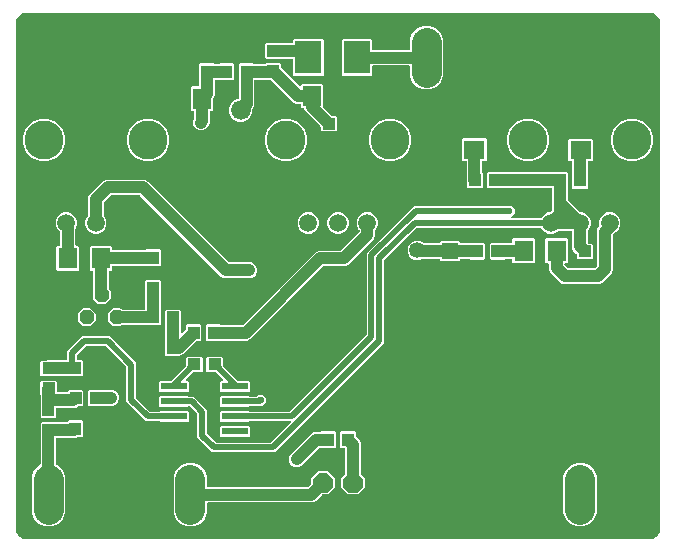
<source format=gbr>
G04 EAGLE Gerber RS-274X export*
G75*
%MOMM*%
%FSLAX34Y34*%
%LPD*%
%INTop Copper*%
%IPPOS*%
%AMOC8*
5,1,8,0,0,1.08239X$1,22.5*%
G01*
%ADD10R,1.600000X1.800000*%
%ADD11R,1.100000X1.000000*%
%ADD12R,1.800000X1.600000*%
%ADD13R,1.000000X1.100000*%
%ADD14C,1.676400*%
%ADD15R,1.350000X1.350000*%
%ADD16C,1.350000*%
%ADD17R,2.200000X0.600000*%
%ADD18C,2.540000*%
%ADD19P,1.814519X8X202.500000*%
%ADD20C,1.500000*%
%ADD21C,3.300000*%
%ADD22R,2.286000X2.794000*%
%ADD23P,1.319650X8X22.500000*%
%ADD24C,1.016000*%
%ADD25C,0.508000*%
%ADD26C,0.600000*%

G36*
X540026Y2505D02*
X540026Y2505D01*
X540075Y2504D01*
X541389Y2634D01*
X541416Y2641D01*
X541445Y2641D01*
X541606Y2688D01*
X544035Y3694D01*
X544091Y3729D01*
X544151Y3754D01*
X544216Y3806D01*
X544244Y3824D01*
X544256Y3839D01*
X544282Y3859D01*
X546141Y5718D01*
X546179Y5771D01*
X546225Y5818D01*
X546265Y5891D01*
X546284Y5918D01*
X546290Y5937D01*
X546306Y5965D01*
X547312Y8394D01*
X547318Y8422D01*
X547331Y8447D01*
X547366Y8611D01*
X547496Y9925D01*
X547494Y9952D01*
X547499Y10000D01*
X547499Y440000D01*
X547495Y440026D01*
X547496Y440075D01*
X547366Y441389D01*
X547359Y441416D01*
X547359Y441445D01*
X547312Y441606D01*
X546306Y444035D01*
X546271Y444091D01*
X546246Y444151D01*
X546194Y444216D01*
X546176Y444244D01*
X546161Y444256D01*
X546141Y444282D01*
X544282Y446141D01*
X544229Y446179D01*
X544182Y446225D01*
X544109Y446265D01*
X544082Y446284D01*
X544063Y446290D01*
X544035Y446306D01*
X541606Y447312D01*
X541578Y447318D01*
X541553Y447331D01*
X541389Y447366D01*
X540075Y447496D01*
X540048Y447494D01*
X540000Y447499D01*
X10000Y447499D01*
X9974Y447495D01*
X9925Y447496D01*
X8611Y447366D01*
X8584Y447359D01*
X8555Y447359D01*
X8394Y447312D01*
X5965Y446306D01*
X5909Y446271D01*
X5849Y446246D01*
X5784Y446194D01*
X5756Y446176D01*
X5744Y446161D01*
X5718Y446141D01*
X3859Y444282D01*
X3821Y444229D01*
X3775Y444182D01*
X3735Y444109D01*
X3716Y444082D01*
X3710Y444063D01*
X3694Y444035D01*
X2688Y441606D01*
X2682Y441578D01*
X2669Y441553D01*
X2634Y441389D01*
X2504Y440075D01*
X2506Y440048D01*
X2501Y440000D01*
X2501Y10000D01*
X2505Y9974D01*
X2504Y9925D01*
X2634Y8611D01*
X2641Y8584D01*
X2641Y8555D01*
X2688Y8394D01*
X3694Y5965D01*
X3729Y5909D01*
X3754Y5849D01*
X3806Y5784D01*
X3824Y5756D01*
X3839Y5744D01*
X3859Y5718D01*
X5718Y3859D01*
X5771Y3821D01*
X5818Y3775D01*
X5891Y3735D01*
X5918Y3716D01*
X5937Y3710D01*
X5965Y3694D01*
X8394Y2688D01*
X8422Y2682D01*
X8447Y2669D01*
X8611Y2634D01*
X9925Y2504D01*
X9952Y2506D01*
X10000Y2501D01*
X540000Y2501D01*
X540026Y2505D01*
G37*
%LPC*%
G36*
X168326Y75959D02*
X168326Y75959D01*
X155959Y88326D01*
X155959Y108011D01*
X155945Y108101D01*
X155937Y108192D01*
X155925Y108222D01*
X155920Y108254D01*
X155877Y108334D01*
X155841Y108418D01*
X155815Y108450D01*
X155804Y108471D01*
X155781Y108493D01*
X155736Y108549D01*
X149699Y114586D01*
X149625Y114639D01*
X149556Y114699D01*
X149526Y114711D01*
X149499Y114730D01*
X149413Y114757D01*
X149328Y114791D01*
X149287Y114795D01*
X149264Y114802D01*
X149232Y114801D01*
X149161Y114809D01*
X148397Y114809D01*
X148307Y114795D01*
X148216Y114787D01*
X148186Y114775D01*
X148154Y114770D01*
X148074Y114727D01*
X147990Y114691D01*
X147958Y114665D01*
X147937Y114654D01*
X147915Y114631D01*
X147859Y114586D01*
X147622Y114349D01*
X124378Y114349D01*
X123499Y115228D01*
X123499Y122472D01*
X124378Y123351D01*
X147622Y123351D01*
X147859Y123114D01*
X147933Y123061D01*
X148002Y123001D01*
X148032Y122989D01*
X148058Y122970D01*
X148145Y122943D01*
X148230Y122909D01*
X148271Y122905D01*
X148293Y122898D01*
X148326Y122899D01*
X148397Y122891D01*
X152824Y122891D01*
X164041Y111674D01*
X164041Y91989D01*
X164055Y91899D01*
X164063Y91808D01*
X164075Y91778D01*
X164080Y91746D01*
X164123Y91666D01*
X164159Y91582D01*
X164185Y91550D01*
X164196Y91529D01*
X164219Y91507D01*
X164264Y91451D01*
X171451Y84264D01*
X171525Y84211D01*
X171594Y84151D01*
X171624Y84139D01*
X171651Y84120D01*
X171737Y84093D01*
X171822Y84059D01*
X171863Y84055D01*
X171886Y84048D01*
X171918Y84049D01*
X171989Y84041D01*
X218011Y84041D01*
X218101Y84055D01*
X218192Y84063D01*
X218222Y84075D01*
X218254Y84080D01*
X218334Y84123D01*
X218418Y84159D01*
X218450Y84185D01*
X218471Y84196D01*
X218493Y84219D01*
X218549Y84264D01*
X235095Y100810D01*
X235137Y100868D01*
X235187Y100920D01*
X235209Y100967D01*
X235239Y101009D01*
X235260Y101078D01*
X235290Y101143D01*
X235296Y101195D01*
X235311Y101245D01*
X235309Y101316D01*
X235317Y101387D01*
X235306Y101438D01*
X235305Y101490D01*
X235280Y101558D01*
X235265Y101628D01*
X235238Y101673D01*
X235220Y101721D01*
X235176Y101777D01*
X235139Y101839D01*
X235099Y101873D01*
X235067Y101913D01*
X235006Y101952D01*
X234952Y101999D01*
X234904Y102018D01*
X234860Y102046D01*
X234790Y102064D01*
X234724Y102091D01*
X234652Y102099D01*
X234621Y102107D01*
X234598Y102105D01*
X234557Y102109D01*
X200397Y102109D01*
X200307Y102095D01*
X200216Y102087D01*
X200186Y102075D01*
X200154Y102070D01*
X200074Y102027D01*
X199990Y101991D01*
X199957Y101965D01*
X199937Y101954D01*
X199915Y101931D01*
X199859Y101886D01*
X199622Y101649D01*
X176378Y101649D01*
X175499Y102528D01*
X175499Y109772D01*
X176378Y110651D01*
X199622Y110651D01*
X199859Y110414D01*
X199933Y110360D01*
X200002Y110301D01*
X200032Y110289D01*
X200058Y110270D01*
X200145Y110243D01*
X200230Y110209D01*
X200271Y110205D01*
X200293Y110198D01*
X200326Y110199D01*
X200397Y110191D01*
X234161Y110191D01*
X234251Y110205D01*
X234342Y110213D01*
X234372Y110225D01*
X234404Y110230D01*
X234484Y110273D01*
X234568Y110309D01*
X234600Y110335D01*
X234621Y110346D01*
X234643Y110369D01*
X234699Y110414D01*
X299132Y174847D01*
X299185Y174921D01*
X299245Y174990D01*
X299257Y175020D01*
X299276Y175047D01*
X299303Y175133D01*
X299337Y175218D01*
X299341Y175259D01*
X299348Y175282D01*
X299347Y175314D01*
X299355Y175385D01*
X299355Y244409D01*
X338987Y284041D01*
X417360Y284041D01*
X417450Y284055D01*
X417541Y284063D01*
X417571Y284075D01*
X417603Y284080D01*
X417684Y284123D01*
X417768Y284159D01*
X417800Y284185D01*
X417821Y284196D01*
X417843Y284219D01*
X417899Y284264D01*
X418136Y284501D01*
X421864Y284501D01*
X424501Y281864D01*
X424501Y278136D01*
X421705Y275340D01*
X421663Y275282D01*
X421614Y275230D01*
X421592Y275183D01*
X421562Y275141D01*
X421541Y275072D01*
X421510Y275007D01*
X421505Y274955D01*
X421489Y274905D01*
X421491Y274834D01*
X421483Y274763D01*
X421494Y274712D01*
X421496Y274660D01*
X421520Y274592D01*
X421536Y274522D01*
X421562Y274477D01*
X421580Y274429D01*
X421625Y274373D01*
X421662Y274311D01*
X421701Y274277D01*
X421734Y274237D01*
X421794Y274198D01*
X421849Y274151D01*
X421897Y274132D01*
X421941Y274104D01*
X422010Y274086D01*
X422077Y274059D01*
X422148Y274051D01*
X422179Y274043D01*
X422203Y274045D01*
X422244Y274041D01*
X446423Y274041D01*
X446538Y274060D01*
X446654Y274077D01*
X446659Y274079D01*
X446665Y274080D01*
X446768Y274135D01*
X446873Y274188D01*
X446877Y274193D01*
X446883Y274196D01*
X446963Y274280D01*
X447045Y274364D01*
X447049Y274370D01*
X447052Y274374D01*
X447060Y274391D01*
X447126Y274511D01*
X447370Y275099D01*
X449901Y277630D01*
X453210Y279001D01*
X454379Y279001D01*
X454469Y279015D01*
X454560Y279023D01*
X454590Y279035D01*
X454622Y279040D01*
X454702Y279083D01*
X454786Y279119D01*
X454818Y279145D01*
X454839Y279156D01*
X454861Y279179D01*
X454917Y279224D01*
X456096Y280403D01*
X456149Y280477D01*
X456209Y280546D01*
X456221Y280576D01*
X456240Y280603D01*
X456267Y280690D01*
X456301Y280774D01*
X456305Y280815D01*
X456312Y280838D01*
X456311Y280870D01*
X456319Y280941D01*
X456319Y298858D01*
X456316Y298878D01*
X456318Y298897D01*
X456296Y298999D01*
X456280Y299101D01*
X456270Y299118D01*
X456266Y299138D01*
X456213Y299227D01*
X456164Y299318D01*
X456150Y299332D01*
X456140Y299349D01*
X456061Y299416D01*
X455986Y299488D01*
X455968Y299496D01*
X455953Y299509D01*
X455857Y299548D01*
X455763Y299591D01*
X455743Y299593D01*
X455725Y299601D01*
X455558Y299619D01*
X414357Y299619D01*
X414267Y299605D01*
X414176Y299597D01*
X414146Y299585D01*
X414114Y299580D01*
X414034Y299537D01*
X413950Y299501D01*
X413918Y299475D01*
X413897Y299464D01*
X413875Y299441D01*
X413819Y299396D01*
X413622Y299199D01*
X402378Y299199D01*
X401499Y300078D01*
X401499Y304546D01*
X401489Y304611D01*
X401488Y304677D01*
X401465Y304756D01*
X401460Y304789D01*
X401450Y304806D01*
X401441Y304838D01*
X401419Y304891D01*
X401419Y307509D01*
X401441Y307562D01*
X401456Y307626D01*
X401481Y307687D01*
X401490Y307770D01*
X401497Y307802D01*
X401496Y307821D01*
X401499Y307854D01*
X401499Y312322D01*
X402378Y313201D01*
X413622Y313201D01*
X413819Y313004D01*
X413893Y312951D01*
X413962Y312891D01*
X413992Y312879D01*
X414018Y312860D01*
X414105Y312833D01*
X414190Y312799D01*
X414231Y312795D01*
X414253Y312788D01*
X414286Y312789D01*
X414357Y312781D01*
X456743Y312781D01*
X456833Y312795D01*
X456924Y312803D01*
X456954Y312815D01*
X456986Y312820D01*
X457066Y312863D01*
X457150Y312899D01*
X457182Y312925D01*
X457203Y312936D01*
X457225Y312959D01*
X457278Y313001D01*
X468522Y313001D01*
X469401Y312122D01*
X469401Y307654D01*
X469411Y307589D01*
X469412Y307523D01*
X469435Y307443D01*
X469440Y307411D01*
X469450Y307394D01*
X469459Y307362D01*
X469481Y307309D01*
X469481Y290141D01*
X469495Y290051D01*
X469503Y289960D01*
X469515Y289930D01*
X469520Y289898D01*
X469563Y289818D01*
X469599Y289734D01*
X469625Y289702D01*
X469636Y289681D01*
X469659Y289659D01*
X469704Y289603D01*
X480083Y279224D01*
X480157Y279171D01*
X480226Y279111D01*
X480256Y279099D01*
X480283Y279080D01*
X480370Y279053D01*
X480454Y279019D01*
X480495Y279015D01*
X480518Y279008D01*
X480550Y279009D01*
X480621Y279001D01*
X481790Y279001D01*
X485099Y277630D01*
X487630Y275099D01*
X489001Y271790D01*
X489001Y268210D01*
X487630Y264901D01*
X486804Y264075D01*
X486751Y264001D01*
X486691Y263931D01*
X486679Y263901D01*
X486660Y263875D01*
X486633Y263788D01*
X486599Y263703D01*
X486595Y263662D01*
X486588Y263640D01*
X486589Y263608D01*
X486581Y263536D01*
X486581Y253262D01*
X486584Y253242D01*
X486582Y253223D01*
X486604Y253121D01*
X486620Y253019D01*
X486630Y253002D01*
X486634Y252982D01*
X486687Y252893D01*
X486736Y252802D01*
X486750Y252788D01*
X486760Y252771D01*
X486839Y252704D01*
X486914Y252632D01*
X486932Y252624D01*
X486947Y252611D01*
X487043Y252572D01*
X487137Y252529D01*
X487157Y252527D01*
X487175Y252519D01*
X487342Y252501D01*
X490222Y252501D01*
X491101Y251622D01*
X491101Y240378D01*
X490222Y239499D01*
X485754Y239499D01*
X485689Y239489D01*
X485623Y239488D01*
X485543Y239465D01*
X485511Y239460D01*
X485494Y239450D01*
X485462Y239441D01*
X485409Y239419D01*
X482791Y239419D01*
X482738Y239441D01*
X482674Y239456D01*
X482613Y239481D01*
X482530Y239490D01*
X482498Y239497D01*
X482479Y239496D01*
X482446Y239499D01*
X477978Y239499D01*
X477099Y240378D01*
X477099Y243379D01*
X477085Y243469D01*
X477077Y243560D01*
X477065Y243590D01*
X477060Y243622D01*
X477017Y243702D01*
X476981Y243786D01*
X476955Y243818D01*
X476944Y243839D01*
X476921Y243861D01*
X476876Y243917D01*
X474421Y246372D01*
X473419Y248791D01*
X473419Y262658D01*
X473416Y262678D01*
X473418Y262697D01*
X473396Y262799D01*
X473380Y262901D01*
X473370Y262918D01*
X473366Y262938D01*
X473313Y263027D01*
X473264Y263118D01*
X473250Y263132D01*
X473240Y263149D01*
X473161Y263216D01*
X473086Y263288D01*
X473068Y263296D01*
X473053Y263309D01*
X472957Y263348D01*
X472863Y263391D01*
X472843Y263393D01*
X472825Y263401D01*
X472658Y263419D01*
X461464Y263419D01*
X461373Y263405D01*
X461283Y263397D01*
X461253Y263385D01*
X461221Y263380D01*
X461140Y263337D01*
X461056Y263301D01*
X461024Y263275D01*
X461003Y263264D01*
X460981Y263241D01*
X460925Y263196D01*
X460099Y262370D01*
X456790Y260999D01*
X453210Y260999D01*
X449901Y262370D01*
X447370Y264901D01*
X447126Y265489D01*
X447064Y265589D01*
X447005Y265689D01*
X447000Y265693D01*
X446996Y265698D01*
X446906Y265773D01*
X446818Y265849D01*
X446812Y265851D01*
X446807Y265855D01*
X446699Y265897D01*
X446589Y265941D01*
X446582Y265942D01*
X446577Y265943D01*
X446559Y265944D01*
X446423Y265959D01*
X341989Y265959D01*
X341899Y265945D01*
X341808Y265937D01*
X341778Y265925D01*
X341746Y265920D01*
X341666Y265877D01*
X341582Y265841D01*
X341550Y265815D01*
X341529Y265804D01*
X341507Y265781D01*
X341451Y265736D01*
X314264Y238549D01*
X314211Y238475D01*
X314151Y238406D01*
X314139Y238376D01*
X314120Y238349D01*
X314093Y238263D01*
X314059Y238178D01*
X314055Y238137D01*
X314048Y238114D01*
X314049Y238082D01*
X314041Y238011D01*
X314041Y168326D01*
X221674Y75959D01*
X168326Y75959D01*
G37*
%LPD*%
%LPC*%
G36*
X147175Y13099D02*
X147175Y13099D01*
X141956Y15261D01*
X137961Y19256D01*
X135799Y24475D01*
X135799Y55525D01*
X137961Y60744D01*
X141956Y64739D01*
X147175Y66901D01*
X152825Y66901D01*
X158044Y64739D01*
X162039Y60744D01*
X164201Y55525D01*
X164201Y47342D01*
X164204Y47322D01*
X164202Y47303D01*
X164224Y47201D01*
X164240Y47099D01*
X164250Y47082D01*
X164254Y47062D01*
X164307Y46973D01*
X164356Y46882D01*
X164370Y46868D01*
X164380Y46851D01*
X164459Y46784D01*
X164534Y46712D01*
X164552Y46704D01*
X164567Y46691D01*
X164663Y46652D01*
X164757Y46609D01*
X164777Y46607D01*
X164795Y46599D01*
X164962Y46581D01*
X249259Y46581D01*
X249349Y46595D01*
X249440Y46603D01*
X249470Y46615D01*
X249502Y46620D01*
X249582Y46663D01*
X249666Y46699D01*
X249698Y46725D01*
X249719Y46736D01*
X249741Y46759D01*
X249797Y46804D01*
X252194Y49201D01*
X252243Y49268D01*
X252245Y49270D01*
X252245Y49272D01*
X252247Y49275D01*
X252307Y49344D01*
X252319Y49374D01*
X252338Y49401D01*
X252365Y49488D01*
X252399Y49572D01*
X252403Y49613D01*
X252410Y49636D01*
X252409Y49668D01*
X252417Y49739D01*
X252417Y54094D01*
X258206Y59883D01*
X266394Y59883D01*
X272183Y54094D01*
X272183Y45906D01*
X266394Y40117D01*
X262039Y40117D01*
X261949Y40103D01*
X261858Y40095D01*
X261828Y40083D01*
X261796Y40078D01*
X261716Y40035D01*
X261632Y39999D01*
X261600Y39973D01*
X261579Y39962D01*
X261557Y39939D01*
X261501Y39894D01*
X256028Y34421D01*
X253609Y33419D01*
X164962Y33419D01*
X164942Y33416D01*
X164923Y33418D01*
X164821Y33396D01*
X164719Y33380D01*
X164702Y33370D01*
X164682Y33366D01*
X164593Y33313D01*
X164502Y33264D01*
X164488Y33250D01*
X164471Y33240D01*
X164404Y33161D01*
X164332Y33086D01*
X164324Y33068D01*
X164311Y33053D01*
X164272Y32957D01*
X164229Y32863D01*
X164227Y32843D01*
X164219Y32825D01*
X164201Y32658D01*
X164201Y24475D01*
X162039Y19256D01*
X158044Y15261D01*
X152825Y13099D01*
X147175Y13099D01*
G37*
%LPD*%
%LPC*%
G36*
X178691Y223419D02*
X178691Y223419D01*
X176272Y224421D01*
X107497Y293196D01*
X107423Y293249D01*
X107354Y293309D01*
X107324Y293321D01*
X107297Y293340D01*
X107210Y293367D01*
X107126Y293401D01*
X107085Y293405D01*
X107062Y293412D01*
X107030Y293411D01*
X106959Y293419D01*
X83041Y293419D01*
X82951Y293405D01*
X82860Y293397D01*
X82830Y293385D01*
X82798Y293380D01*
X82718Y293337D01*
X82634Y293301D01*
X82602Y293275D01*
X82581Y293264D01*
X82559Y293241D01*
X82503Y293196D01*
X76804Y287497D01*
X76751Y287423D01*
X76691Y287354D01*
X76679Y287324D01*
X76660Y287297D01*
X76633Y287210D01*
X76599Y287126D01*
X76595Y287085D01*
X76588Y287062D01*
X76589Y287030D01*
X76581Y286959D01*
X76581Y276464D01*
X76595Y276373D01*
X76603Y276283D01*
X76615Y276253D01*
X76620Y276221D01*
X76663Y276140D01*
X76699Y276056D01*
X76725Y276024D01*
X76736Y276003D01*
X76759Y275981D01*
X76804Y275925D01*
X77630Y275099D01*
X79001Y271790D01*
X79001Y268210D01*
X77630Y264901D01*
X75099Y262370D01*
X71790Y260999D01*
X68210Y260999D01*
X64901Y262370D01*
X62370Y264901D01*
X60999Y268210D01*
X60999Y271790D01*
X62370Y275099D01*
X63196Y275925D01*
X63249Y275999D01*
X63309Y276069D01*
X63321Y276099D01*
X63340Y276125D01*
X63367Y276212D01*
X63401Y276297D01*
X63405Y276338D01*
X63412Y276360D01*
X63411Y276392D01*
X63419Y276464D01*
X63419Y291309D01*
X64421Y293728D01*
X76272Y305579D01*
X78691Y306581D01*
X111309Y306581D01*
X113728Y305579D01*
X182503Y236804D01*
X182577Y236751D01*
X182646Y236691D01*
X182676Y236679D01*
X182703Y236660D01*
X182790Y236633D01*
X182874Y236599D01*
X182915Y236595D01*
X182938Y236588D01*
X182970Y236589D01*
X183041Y236581D01*
X201309Y236581D01*
X203728Y235579D01*
X205579Y233728D01*
X206581Y231309D01*
X206581Y228691D01*
X205579Y226272D01*
X203728Y224421D01*
X201309Y223419D01*
X178691Y223419D01*
G37*
%LPD*%
%LPC*%
G36*
X347175Y383099D02*
X347175Y383099D01*
X341956Y385261D01*
X337961Y389256D01*
X335799Y394475D01*
X335799Y402658D01*
X335796Y402678D01*
X335798Y402697D01*
X335776Y402799D01*
X335760Y402901D01*
X335750Y402918D01*
X335746Y402938D01*
X335693Y403027D01*
X335644Y403118D01*
X335630Y403132D01*
X335620Y403149D01*
X335541Y403216D01*
X335466Y403288D01*
X335448Y403296D01*
X335433Y403309D01*
X335337Y403348D01*
X335243Y403391D01*
X335223Y403393D01*
X335205Y403401D01*
X335038Y403419D01*
X304652Y403419D01*
X304632Y403416D01*
X304613Y403418D01*
X304511Y403396D01*
X304409Y403380D01*
X304392Y403370D01*
X304372Y403366D01*
X304283Y403313D01*
X304192Y403264D01*
X304178Y403250D01*
X304161Y403240D01*
X304094Y403161D01*
X304022Y403086D01*
X304014Y403068D01*
X304001Y403053D01*
X303962Y402957D01*
X303919Y402863D01*
X303917Y402843D01*
X303909Y402825D01*
X303891Y402658D01*
X303891Y395608D01*
X303012Y394729D01*
X278908Y394729D01*
X278029Y395608D01*
X278029Y424792D01*
X278908Y425671D01*
X303012Y425671D01*
X303891Y424792D01*
X303891Y417342D01*
X303894Y417322D01*
X303892Y417303D01*
X303914Y417201D01*
X303930Y417099D01*
X303940Y417082D01*
X303944Y417062D01*
X303997Y416973D01*
X304046Y416882D01*
X304060Y416868D01*
X304070Y416851D01*
X304149Y416784D01*
X304224Y416712D01*
X304242Y416704D01*
X304257Y416691D01*
X304353Y416652D01*
X304447Y416609D01*
X304467Y416607D01*
X304485Y416599D01*
X304652Y416581D01*
X335038Y416581D01*
X335058Y416584D01*
X335077Y416582D01*
X335179Y416604D01*
X335281Y416620D01*
X335298Y416630D01*
X335318Y416634D01*
X335407Y416687D01*
X335498Y416736D01*
X335512Y416750D01*
X335529Y416760D01*
X335596Y416839D01*
X335668Y416914D01*
X335676Y416932D01*
X335689Y416947D01*
X335728Y417043D01*
X335771Y417137D01*
X335773Y417157D01*
X335781Y417175D01*
X335799Y417342D01*
X335799Y425525D01*
X337961Y430744D01*
X341956Y434739D01*
X347175Y436901D01*
X352825Y436901D01*
X358044Y434739D01*
X362039Y430744D01*
X364201Y425525D01*
X364201Y394475D01*
X362039Y389256D01*
X358044Y385261D01*
X352825Y383099D01*
X347175Y383099D01*
G37*
%LPD*%
%LPC*%
G36*
X164178Y169999D02*
X164178Y169999D01*
X163299Y170878D01*
X163299Y175346D01*
X163289Y175411D01*
X163288Y175477D01*
X163265Y175557D01*
X163260Y175589D01*
X163250Y175606D01*
X163241Y175638D01*
X163219Y175691D01*
X163219Y178309D01*
X163241Y178362D01*
X163256Y178426D01*
X163281Y178487D01*
X163290Y178570D01*
X163297Y178602D01*
X163296Y178621D01*
X163299Y178654D01*
X163299Y183122D01*
X164178Y184001D01*
X175422Y184001D01*
X175619Y183804D01*
X175693Y183751D01*
X175762Y183691D01*
X175792Y183679D01*
X175818Y183660D01*
X175905Y183633D01*
X175990Y183599D01*
X176031Y183595D01*
X176053Y183588D01*
X176086Y183589D01*
X176157Y183581D01*
X193959Y183581D01*
X194049Y183595D01*
X194140Y183603D01*
X194170Y183615D01*
X194202Y183620D01*
X194282Y183663D01*
X194366Y183699D01*
X194398Y183725D01*
X194419Y183736D01*
X194441Y183759D01*
X194497Y183804D01*
X256272Y245579D01*
X258691Y246581D01*
X276959Y246581D01*
X277049Y246595D01*
X277140Y246603D01*
X277170Y246615D01*
X277202Y246620D01*
X277282Y246663D01*
X277366Y246699D01*
X277398Y246725D01*
X277419Y246736D01*
X277441Y246759D01*
X277497Y246804D01*
X293196Y262503D01*
X293249Y262577D01*
X293309Y262646D01*
X293321Y262676D01*
X293340Y262703D01*
X293367Y262790D01*
X293401Y262874D01*
X293405Y262915D01*
X293412Y262938D01*
X293411Y262970D01*
X293419Y263041D01*
X293419Y263536D01*
X293405Y263627D01*
X293397Y263717D01*
X293385Y263747D01*
X293380Y263779D01*
X293337Y263860D01*
X293301Y263944D01*
X293275Y263976D01*
X293264Y263997D01*
X293241Y264019D01*
X293196Y264075D01*
X292370Y264901D01*
X290999Y268210D01*
X290999Y271790D01*
X292370Y275099D01*
X294901Y277630D01*
X298210Y279001D01*
X301790Y279001D01*
X305099Y277630D01*
X307630Y275099D01*
X309001Y271790D01*
X309001Y268210D01*
X307630Y264901D01*
X306804Y264075D01*
X306751Y264001D01*
X306691Y263931D01*
X306679Y263901D01*
X306660Y263875D01*
X306633Y263788D01*
X306599Y263703D01*
X306595Y263662D01*
X306588Y263640D01*
X306589Y263608D01*
X306581Y263536D01*
X306581Y258691D01*
X305579Y256272D01*
X283728Y234421D01*
X281309Y233419D01*
X263041Y233419D01*
X262951Y233405D01*
X262860Y233397D01*
X262830Y233385D01*
X262798Y233380D01*
X262718Y233337D01*
X262634Y233301D01*
X262602Y233275D01*
X262581Y233264D01*
X262559Y233241D01*
X262503Y233196D01*
X200728Y171421D01*
X198309Y170419D01*
X176157Y170419D01*
X176067Y170405D01*
X175976Y170397D01*
X175946Y170385D01*
X175914Y170380D01*
X175834Y170337D01*
X175750Y170301D01*
X175717Y170275D01*
X175697Y170264D01*
X175675Y170241D01*
X175619Y170196D01*
X175422Y169999D01*
X164178Y169999D01*
G37*
%LPD*%
%LPC*%
G36*
X27175Y13099D02*
X27175Y13099D01*
X21956Y15261D01*
X17961Y19256D01*
X15799Y24475D01*
X15799Y55525D01*
X17961Y60744D01*
X21956Y64739D01*
X22749Y65067D01*
X22849Y65129D01*
X22949Y65189D01*
X22953Y65194D01*
X22958Y65197D01*
X23033Y65287D01*
X23109Y65376D01*
X23111Y65382D01*
X23115Y65387D01*
X23157Y65495D01*
X23201Y65604D01*
X23202Y65612D01*
X23203Y65616D01*
X23204Y65634D01*
X23219Y65771D01*
X23219Y96109D01*
X23241Y96162D01*
X23256Y96226D01*
X23281Y96287D01*
X23290Y96370D01*
X23297Y96402D01*
X23296Y96421D01*
X23299Y96454D01*
X23299Y100922D01*
X24178Y101801D01*
X35422Y101801D01*
X35619Y101604D01*
X35693Y101551D01*
X35762Y101491D01*
X35792Y101479D01*
X35818Y101460D01*
X35905Y101433D01*
X35990Y101399D01*
X36031Y101395D01*
X36053Y101388D01*
X36086Y101389D01*
X36157Y101381D01*
X45338Y101381D01*
X45358Y101384D01*
X45377Y101382D01*
X45479Y101404D01*
X45581Y101420D01*
X45598Y101430D01*
X45618Y101434D01*
X45707Y101487D01*
X45798Y101536D01*
X45812Y101550D01*
X45829Y101560D01*
X45896Y101639D01*
X45968Y101714D01*
X45976Y101732D01*
X45989Y101747D01*
X46028Y101843D01*
X46033Y101856D01*
X46978Y102801D01*
X58222Y102801D01*
X59101Y101922D01*
X59101Y97454D01*
X59111Y97389D01*
X59112Y97323D01*
X59135Y97243D01*
X59140Y97211D01*
X59150Y97194D01*
X59159Y97162D01*
X59181Y97109D01*
X59181Y94491D01*
X59159Y94438D01*
X59144Y94374D01*
X59119Y94313D01*
X59110Y94230D01*
X59103Y94198D01*
X59104Y94179D01*
X59101Y94146D01*
X59101Y89678D01*
X58222Y88799D01*
X54461Y88799D01*
X54396Y88789D01*
X54330Y88788D01*
X54250Y88765D01*
X54218Y88760D01*
X54201Y88750D01*
X54169Y88741D01*
X52909Y88219D01*
X37142Y88219D01*
X37122Y88216D01*
X37103Y88218D01*
X37001Y88196D01*
X36899Y88180D01*
X36882Y88170D01*
X36862Y88166D01*
X36773Y88113D01*
X36682Y88064D01*
X36668Y88050D01*
X36651Y88040D01*
X36584Y87961D01*
X36512Y87886D01*
X36504Y87868D01*
X36491Y87853D01*
X36452Y87757D01*
X36409Y87663D01*
X36407Y87643D01*
X36399Y87625D01*
X36381Y87458D01*
X36381Y65936D01*
X36400Y65822D01*
X36417Y65705D01*
X36419Y65700D01*
X36420Y65694D01*
X36475Y65591D01*
X36528Y65486D01*
X36533Y65482D01*
X36536Y65476D01*
X36620Y65396D01*
X36704Y65314D01*
X36710Y65310D01*
X36714Y65307D01*
X36731Y65299D01*
X36851Y65233D01*
X38044Y64739D01*
X42039Y60744D01*
X44201Y55525D01*
X44201Y24475D01*
X42039Y19256D01*
X38044Y15261D01*
X32825Y13099D01*
X27175Y13099D01*
G37*
%LPD*%
%LPC*%
G36*
X265991Y347419D02*
X265991Y347419D01*
X265938Y347441D01*
X265874Y347456D01*
X265813Y347481D01*
X265730Y347490D01*
X265698Y347497D01*
X265679Y347496D01*
X265646Y347499D01*
X261178Y347499D01*
X260299Y348378D01*
X260299Y351379D01*
X260285Y351469D01*
X260277Y351560D01*
X260265Y351590D01*
X260260Y351622D01*
X260217Y351702D01*
X260181Y351786D01*
X260155Y351818D01*
X260144Y351839D01*
X260121Y351861D01*
X260076Y351917D01*
X249279Y362714D01*
X247321Y364672D01*
X246552Y366529D01*
X246490Y366629D01*
X246430Y366729D01*
X246426Y366733D01*
X246422Y366738D01*
X246332Y366813D01*
X246244Y366889D01*
X246238Y366891D01*
X246233Y366895D01*
X246124Y366937D01*
X246015Y366981D01*
X246008Y366982D01*
X246003Y366983D01*
X245985Y366984D01*
X245849Y366999D01*
X244278Y366999D01*
X243399Y367878D01*
X243399Y370158D01*
X243396Y370178D01*
X243398Y370197D01*
X243376Y370299D01*
X243360Y370401D01*
X243350Y370418D01*
X243346Y370438D01*
X243293Y370527D01*
X243244Y370618D01*
X243230Y370632D01*
X243220Y370649D01*
X243141Y370716D01*
X243066Y370788D01*
X243048Y370796D01*
X243033Y370809D01*
X242937Y370848D01*
X242843Y370891D01*
X242823Y370893D01*
X242805Y370901D01*
X242638Y370919D01*
X240091Y370919D01*
X237672Y371921D01*
X218397Y391196D01*
X218323Y391249D01*
X218254Y391309D01*
X218224Y391321D01*
X218197Y391340D01*
X218110Y391367D01*
X218026Y391401D01*
X217985Y391405D01*
X217962Y391412D01*
X217930Y391411D01*
X217859Y391419D01*
X204942Y391419D01*
X204922Y391416D01*
X204903Y391418D01*
X204801Y391396D01*
X204699Y391380D01*
X204682Y391370D01*
X204662Y391366D01*
X204573Y391313D01*
X204482Y391264D01*
X204468Y391250D01*
X204451Y391240D01*
X204384Y391161D01*
X204312Y391086D01*
X204304Y391068D01*
X204291Y391053D01*
X204252Y390957D01*
X204209Y390863D01*
X204207Y390843D01*
X204199Y390825D01*
X204181Y390658D01*
X204181Y369091D01*
X203179Y366672D01*
X202606Y366099D01*
X202553Y366025D01*
X202493Y365956D01*
X202481Y365926D01*
X202462Y365899D01*
X202435Y365812D01*
X202401Y365728D01*
X202397Y365687D01*
X202390Y365664D01*
X202391Y365632D01*
X202383Y365561D01*
X202383Y363334D01*
X200878Y359702D01*
X198098Y356922D01*
X194466Y355417D01*
X190534Y355417D01*
X186902Y356922D01*
X184122Y359702D01*
X182617Y363334D01*
X182617Y367266D01*
X184122Y370898D01*
X186902Y373678D01*
X190549Y375189D01*
X190649Y375251D01*
X190749Y375311D01*
X190753Y375315D01*
X190758Y375319D01*
X190833Y375409D01*
X190909Y375497D01*
X190911Y375503D01*
X190915Y375508D01*
X190957Y375616D01*
X191001Y375726D01*
X191002Y375733D01*
X191003Y375738D01*
X191004Y375756D01*
X191019Y375892D01*
X191019Y399309D01*
X191041Y399362D01*
X191056Y399426D01*
X191081Y399487D01*
X191090Y399570D01*
X191097Y399602D01*
X191096Y399621D01*
X191099Y399654D01*
X191099Y404122D01*
X191978Y405001D01*
X203222Y405001D01*
X203419Y404804D01*
X203493Y404751D01*
X203562Y404691D01*
X203592Y404679D01*
X203618Y404660D01*
X203705Y404633D01*
X203790Y404599D01*
X203831Y404595D01*
X203853Y404588D01*
X203886Y404589D01*
X203957Y404581D01*
X213143Y404581D01*
X213233Y404595D01*
X213324Y404603D01*
X213354Y404615D01*
X213386Y404620D01*
X213466Y404663D01*
X213550Y404699D01*
X213582Y404725D01*
X213603Y404736D01*
X213625Y404759D01*
X213681Y404804D01*
X214078Y405201D01*
X218546Y405201D01*
X218611Y405211D01*
X218677Y405212D01*
X218757Y405235D01*
X218789Y405240D01*
X218791Y405242D01*
X218792Y405242D01*
X218808Y405250D01*
X218838Y405259D01*
X218891Y405281D01*
X221509Y405281D01*
X221562Y405259D01*
X221626Y405244D01*
X221687Y405219D01*
X221770Y405210D01*
X221802Y405203D01*
X221821Y405204D01*
X221854Y405201D01*
X226322Y405201D01*
X227201Y404322D01*
X227201Y401321D01*
X227215Y401231D01*
X227223Y401140D01*
X227235Y401110D01*
X227240Y401078D01*
X227283Y400998D01*
X227319Y400914D01*
X227345Y400882D01*
X227356Y400861D01*
X227379Y400839D01*
X227424Y400783D01*
X242100Y386107D01*
X242158Y386065D01*
X242210Y386016D01*
X242257Y385994D01*
X242299Y385963D01*
X242368Y385942D01*
X242433Y385912D01*
X242485Y385906D01*
X242535Y385891D01*
X242606Y385893D01*
X242677Y385885D01*
X242728Y385896D01*
X242780Y385897D01*
X242848Y385922D01*
X242918Y385937D01*
X242962Y385964D01*
X243011Y385982D01*
X243067Y386027D01*
X243129Y386063D01*
X243163Y386103D01*
X243203Y386135D01*
X243242Y386196D01*
X243289Y386250D01*
X243308Y386299D01*
X243336Y386342D01*
X243354Y386412D01*
X243381Y386478D01*
X243389Y386550D01*
X243397Y386581D01*
X243395Y386604D01*
X243399Y386645D01*
X243399Y387122D01*
X244278Y388001D01*
X261522Y388001D01*
X262401Y387122D01*
X262401Y368521D01*
X262415Y368431D01*
X262423Y368340D01*
X262435Y368310D01*
X262440Y368278D01*
X262483Y368198D01*
X262519Y368114D01*
X262545Y368082D01*
X262556Y368061D01*
X262579Y368039D01*
X262624Y367983D01*
X269883Y360724D01*
X269957Y360671D01*
X270026Y360611D01*
X270056Y360599D01*
X270083Y360580D01*
X270170Y360553D01*
X270254Y360519D01*
X270295Y360515D01*
X270318Y360508D01*
X270350Y360509D01*
X270421Y360501D01*
X273422Y360501D01*
X274301Y359622D01*
X274301Y348378D01*
X273422Y347499D01*
X268954Y347499D01*
X268889Y347489D01*
X268823Y347488D01*
X268743Y347465D01*
X268711Y347460D01*
X268694Y347450D01*
X268662Y347441D01*
X268609Y347419D01*
X265991Y347419D01*
G37*
%LPD*%
%LPC*%
G36*
X465691Y218419D02*
X465691Y218419D01*
X463272Y219421D01*
X454521Y228172D01*
X453519Y230591D01*
X453519Y235038D01*
X453516Y235058D01*
X453518Y235077D01*
X453496Y235179D01*
X453480Y235281D01*
X453470Y235298D01*
X453466Y235318D01*
X453413Y235407D01*
X453364Y235498D01*
X453350Y235512D01*
X453340Y235529D01*
X453261Y235596D01*
X453186Y235668D01*
X453168Y235676D01*
X453153Y235689D01*
X453057Y235728D01*
X452963Y235771D01*
X452943Y235773D01*
X452925Y235781D01*
X452758Y235799D01*
X451478Y235799D01*
X450599Y236678D01*
X450599Y255922D01*
X451478Y256801D01*
X468722Y256801D01*
X469601Y255922D01*
X469601Y236678D01*
X468722Y235799D01*
X467442Y235799D01*
X467422Y235796D01*
X467403Y235798D01*
X467301Y235776D01*
X467199Y235760D01*
X467182Y235750D01*
X467162Y235746D01*
X467073Y235693D01*
X466982Y235644D01*
X466968Y235630D01*
X466951Y235620D01*
X466884Y235541D01*
X466812Y235466D01*
X466804Y235448D01*
X466791Y235433D01*
X466752Y235337D01*
X466709Y235243D01*
X466707Y235223D01*
X466699Y235205D01*
X466681Y235038D01*
X466681Y234941D01*
X466695Y234851D01*
X466703Y234760D01*
X466715Y234730D01*
X466720Y234698D01*
X466763Y234618D01*
X466799Y234534D01*
X466825Y234502D01*
X466836Y234481D01*
X466859Y234459D01*
X466904Y234403D01*
X469503Y231804D01*
X469577Y231751D01*
X469646Y231691D01*
X469676Y231679D01*
X469703Y231660D01*
X469790Y231633D01*
X469874Y231599D01*
X469915Y231595D01*
X469938Y231588D01*
X469970Y231589D01*
X470041Y231581D01*
X491959Y231581D01*
X492049Y231595D01*
X492140Y231603D01*
X492170Y231615D01*
X492202Y231620D01*
X492282Y231663D01*
X492366Y231699D01*
X492398Y231725D01*
X492419Y231736D01*
X492441Y231759D01*
X492497Y231804D01*
X494296Y233603D01*
X494349Y233677D01*
X494409Y233746D01*
X494421Y233776D01*
X494440Y233803D01*
X494467Y233890D01*
X494501Y233974D01*
X494505Y234015D01*
X494512Y234038D01*
X494511Y234070D01*
X494519Y234141D01*
X494519Y239643D01*
X494505Y239733D01*
X494497Y239824D01*
X494485Y239854D01*
X494480Y239886D01*
X494437Y239966D01*
X494401Y240050D01*
X494375Y240083D01*
X494364Y240103D01*
X494341Y240125D01*
X494296Y240181D01*
X494099Y240378D01*
X494099Y251622D01*
X494296Y251819D01*
X494349Y251893D01*
X494409Y251962D01*
X494421Y251992D01*
X494440Y252018D01*
X494467Y252105D01*
X494501Y252190D01*
X494505Y252231D01*
X494512Y252253D01*
X494511Y252286D01*
X494519Y252357D01*
X494519Y264009D01*
X495521Y266428D01*
X496021Y266928D01*
X496090Y267023D01*
X496159Y267117D01*
X496161Y267123D01*
X496165Y267128D01*
X496199Y267239D01*
X496236Y267351D01*
X496236Y267357D01*
X496237Y267363D01*
X496234Y267480D01*
X496233Y267597D01*
X496231Y267604D01*
X496231Y267609D01*
X496225Y267626D01*
X496186Y267758D01*
X495999Y268210D01*
X495999Y271790D01*
X497370Y275099D01*
X499901Y277630D01*
X503210Y279001D01*
X506790Y279001D01*
X510099Y277630D01*
X512630Y275099D01*
X514001Y271790D01*
X514001Y268210D01*
X512630Y264901D01*
X510066Y262337D01*
X510020Y262300D01*
X509992Y262282D01*
X509979Y262267D01*
X509953Y262247D01*
X507904Y260197D01*
X507851Y260123D01*
X507791Y260054D01*
X507779Y260024D01*
X507760Y259997D01*
X507733Y259910D01*
X507699Y259826D01*
X507695Y259785D01*
X507688Y259762D01*
X507689Y259730D01*
X507681Y259659D01*
X507681Y252357D01*
X507695Y252267D01*
X507703Y252176D01*
X507715Y252146D01*
X507720Y252114D01*
X507763Y252034D01*
X507799Y251950D01*
X507825Y251917D01*
X507836Y251897D01*
X507859Y251875D01*
X507904Y251819D01*
X508101Y251622D01*
X508101Y240378D01*
X507904Y240181D01*
X507851Y240107D01*
X507791Y240038D01*
X507779Y240008D01*
X507760Y239982D01*
X507733Y239895D01*
X507699Y239810D01*
X507695Y239769D01*
X507688Y239747D01*
X507689Y239714D01*
X507681Y239643D01*
X507681Y229791D01*
X506679Y227372D01*
X498728Y219421D01*
X496309Y218419D01*
X465691Y218419D01*
G37*
%LPD*%
%LPC*%
G36*
X124378Y101649D02*
X124378Y101649D01*
X124141Y101886D01*
X124067Y101940D01*
X123998Y101999D01*
X123968Y102011D01*
X123942Y102030D01*
X123855Y102057D01*
X123770Y102091D01*
X123729Y102095D01*
X123707Y102102D01*
X123674Y102101D01*
X123603Y102109D01*
X112176Y102109D01*
X95959Y118326D01*
X95959Y148011D01*
X95945Y148101D01*
X95937Y148192D01*
X95925Y148222D01*
X95920Y148254D01*
X95877Y148334D01*
X95841Y148418D01*
X95815Y148450D01*
X95804Y148471D01*
X95781Y148493D01*
X95736Y148549D01*
X78549Y165736D01*
X78475Y165789D01*
X78406Y165849D01*
X78376Y165861D01*
X78349Y165880D01*
X78263Y165907D01*
X78178Y165941D01*
X78137Y165945D01*
X78114Y165952D01*
X78082Y165951D01*
X78011Y165959D01*
X61989Y165959D01*
X61899Y165945D01*
X61808Y165937D01*
X61778Y165925D01*
X61746Y165920D01*
X61666Y165877D01*
X61582Y165841D01*
X61550Y165815D01*
X61529Y165804D01*
X61507Y165781D01*
X61451Y165736D01*
X54264Y158549D01*
X54211Y158475D01*
X54151Y158406D01*
X54139Y158376D01*
X54120Y158349D01*
X54093Y158263D01*
X54059Y158178D01*
X54055Y158137D01*
X54048Y158114D01*
X54049Y158082D01*
X54041Y158011D01*
X54041Y154462D01*
X54044Y154442D01*
X54042Y154423D01*
X54064Y154321D01*
X54080Y154219D01*
X54090Y154202D01*
X54094Y154182D01*
X54147Y154093D01*
X54196Y154002D01*
X54210Y153988D01*
X54220Y153971D01*
X54299Y153904D01*
X54374Y153832D01*
X54392Y153824D01*
X54407Y153811D01*
X54503Y153772D01*
X54597Y153729D01*
X54617Y153727D01*
X54635Y153719D01*
X54802Y153701D01*
X58522Y153701D01*
X59401Y152822D01*
X59401Y141578D01*
X58522Y140699D01*
X54054Y140699D01*
X53989Y140689D01*
X53923Y140688D01*
X53843Y140665D01*
X53811Y140660D01*
X53794Y140650D01*
X53762Y140641D01*
X53709Y140619D01*
X36657Y140619D01*
X36567Y140605D01*
X36476Y140597D01*
X36446Y140585D01*
X36414Y140580D01*
X36334Y140537D01*
X36250Y140501D01*
X36218Y140475D01*
X36197Y140464D01*
X36175Y140441D01*
X36122Y140399D01*
X31654Y140399D01*
X31589Y140389D01*
X31523Y140388D01*
X31443Y140365D01*
X31411Y140360D01*
X31394Y140350D01*
X31362Y140341D01*
X31309Y140319D01*
X28691Y140319D01*
X28638Y140341D01*
X28574Y140356D01*
X28513Y140381D01*
X28430Y140390D01*
X28398Y140397D01*
X28379Y140396D01*
X28346Y140399D01*
X23878Y140399D01*
X22999Y141278D01*
X22999Y152522D01*
X23878Y153401D01*
X27922Y153401D01*
X27987Y153411D01*
X28052Y153412D01*
X28132Y153435D01*
X28165Y153440D01*
X28182Y153450D01*
X28214Y153459D01*
X28991Y153781D01*
X45198Y153781D01*
X45218Y153784D01*
X45237Y153782D01*
X45339Y153804D01*
X45441Y153820D01*
X45458Y153830D01*
X45478Y153834D01*
X45567Y153887D01*
X45658Y153936D01*
X45672Y153950D01*
X45689Y153960D01*
X45756Y154039D01*
X45828Y154114D01*
X45836Y154132D01*
X45849Y154147D01*
X45888Y154243D01*
X45931Y154337D01*
X45933Y154357D01*
X45941Y154375D01*
X45959Y154542D01*
X45959Y161674D01*
X58326Y174041D01*
X81674Y174041D01*
X104041Y151674D01*
X104041Y121989D01*
X104042Y121981D01*
X104042Y121978D01*
X104045Y121962D01*
X104055Y121899D01*
X104063Y121808D01*
X104075Y121778D01*
X104080Y121746D01*
X104123Y121666D01*
X104159Y121582D01*
X104185Y121550D01*
X104196Y121529D01*
X104219Y121507D01*
X104264Y121451D01*
X115301Y110414D01*
X115375Y110361D01*
X115444Y110301D01*
X115474Y110289D01*
X115501Y110270D01*
X115587Y110243D01*
X115672Y110209D01*
X115713Y110205D01*
X115736Y110198D01*
X115768Y110199D01*
X115839Y110191D01*
X123603Y110191D01*
X123693Y110205D01*
X123784Y110213D01*
X123814Y110225D01*
X123846Y110230D01*
X123926Y110273D01*
X124010Y110309D01*
X124043Y110335D01*
X124063Y110346D01*
X124085Y110369D01*
X124141Y110414D01*
X124378Y110651D01*
X147622Y110651D01*
X148501Y109772D01*
X148501Y102528D01*
X147622Y101649D01*
X124378Y101649D01*
G37*
%LPD*%
%LPC*%
G36*
X477175Y13099D02*
X477175Y13099D01*
X471956Y15261D01*
X467961Y19256D01*
X465799Y24475D01*
X465799Y55525D01*
X467961Y60744D01*
X471956Y64739D01*
X477175Y66901D01*
X482825Y66901D01*
X488044Y64739D01*
X492039Y60744D01*
X494201Y55525D01*
X494201Y24475D01*
X492039Y19256D01*
X488044Y15261D01*
X482825Y13099D01*
X477175Y13099D01*
G37*
%LPD*%
%LPC*%
G36*
X71853Y201453D02*
X71853Y201453D01*
X67403Y205903D01*
X67403Y212199D01*
X67449Y212264D01*
X67509Y212333D01*
X67521Y212363D01*
X67540Y212389D01*
X67567Y212476D01*
X67601Y212561D01*
X67605Y212602D01*
X67612Y212625D01*
X67611Y212657D01*
X67619Y212728D01*
X67619Y228838D01*
X67616Y228858D01*
X67618Y228877D01*
X67596Y228979D01*
X67580Y229081D01*
X67570Y229098D01*
X67566Y229118D01*
X67513Y229207D01*
X67464Y229298D01*
X67450Y229312D01*
X67440Y229329D01*
X67361Y229396D01*
X67286Y229468D01*
X67268Y229476D01*
X67253Y229489D01*
X67157Y229528D01*
X67063Y229571D01*
X67043Y229573D01*
X67025Y229581D01*
X66858Y229599D01*
X65578Y229599D01*
X64699Y230478D01*
X64699Y249722D01*
X65578Y250601D01*
X82822Y250601D01*
X83701Y249722D01*
X83701Y247442D01*
X83704Y247422D01*
X83702Y247403D01*
X83724Y247301D01*
X83740Y247199D01*
X83750Y247182D01*
X83754Y247162D01*
X83807Y247073D01*
X83856Y246982D01*
X83870Y246968D01*
X83880Y246951D01*
X83959Y246884D01*
X84034Y246812D01*
X84052Y246804D01*
X84067Y246791D01*
X84163Y246752D01*
X84257Y246709D01*
X84277Y246707D01*
X84295Y246699D01*
X84462Y246681D01*
X111543Y246681D01*
X111633Y246695D01*
X111724Y246703D01*
X111754Y246715D01*
X111786Y246720D01*
X111866Y246763D01*
X111950Y246799D01*
X111982Y246825D01*
X112003Y246836D01*
X112025Y246859D01*
X112081Y246904D01*
X112778Y247601D01*
X124022Y247601D01*
X124901Y246722D01*
X124901Y242254D01*
X124911Y242189D01*
X124912Y242123D01*
X124935Y242043D01*
X124940Y242011D01*
X124950Y241994D01*
X124959Y241962D01*
X124981Y241909D01*
X124981Y239291D01*
X124959Y239238D01*
X124944Y239174D01*
X124919Y239113D01*
X124910Y239030D01*
X124903Y238998D01*
X124904Y238979D01*
X124901Y238946D01*
X124901Y234478D01*
X124022Y233599D01*
X119554Y233599D01*
X119489Y233589D01*
X119423Y233588D01*
X119343Y233565D01*
X119311Y233560D01*
X119294Y233550D01*
X119262Y233541D01*
X119209Y233519D01*
X84462Y233519D01*
X84442Y233516D01*
X84423Y233518D01*
X84321Y233496D01*
X84219Y233480D01*
X84202Y233470D01*
X84182Y233466D01*
X84093Y233413D01*
X84002Y233364D01*
X83988Y233350D01*
X83971Y233340D01*
X83904Y233261D01*
X83832Y233186D01*
X83824Y233168D01*
X83811Y233153D01*
X83772Y233057D01*
X83729Y232963D01*
X83727Y232943D01*
X83719Y232925D01*
X83701Y232758D01*
X83701Y230478D01*
X82822Y229599D01*
X81542Y229599D01*
X81522Y229596D01*
X81503Y229598D01*
X81401Y229576D01*
X81299Y229560D01*
X81282Y229550D01*
X81262Y229546D01*
X81173Y229493D01*
X81082Y229444D01*
X81068Y229430D01*
X81051Y229420D01*
X80984Y229341D01*
X80912Y229266D01*
X80904Y229248D01*
X80891Y229233D01*
X80852Y229137D01*
X80809Y229043D01*
X80807Y229023D01*
X80799Y229005D01*
X80781Y228838D01*
X80781Y214328D01*
X80795Y214238D01*
X80803Y214147D01*
X80815Y214117D01*
X80820Y214085D01*
X80863Y214005D01*
X80899Y213921D01*
X80925Y213889D01*
X80936Y213868D01*
X80959Y213846D01*
X81004Y213790D01*
X82597Y212197D01*
X82597Y205903D01*
X78147Y201453D01*
X71853Y201453D01*
G37*
%LPD*%
%LPC*%
G36*
X237988Y394729D02*
X237988Y394729D01*
X237109Y395608D01*
X237109Y408358D01*
X237106Y408378D01*
X237108Y408397D01*
X237086Y408499D01*
X237070Y408601D01*
X237060Y408618D01*
X237056Y408638D01*
X237003Y408727D01*
X236954Y408818D01*
X236940Y408832D01*
X236930Y408849D01*
X236851Y408916D01*
X236776Y408988D01*
X236758Y408996D01*
X236743Y409009D01*
X236647Y409048D01*
X236553Y409091D01*
X236533Y409093D01*
X236515Y409101D01*
X236348Y409119D01*
X218891Y409119D01*
X218838Y409141D01*
X218774Y409156D01*
X218713Y409181D01*
X218630Y409190D01*
X218598Y409197D01*
X218579Y409196D01*
X218546Y409199D01*
X214078Y409199D01*
X213199Y410078D01*
X213199Y421322D01*
X214078Y422201D01*
X218546Y422201D01*
X218611Y422211D01*
X218677Y422212D01*
X218757Y422235D01*
X218789Y422240D01*
X218806Y422250D01*
X218838Y422259D01*
X218891Y422281D01*
X236348Y422281D01*
X236368Y422284D01*
X236387Y422282D01*
X236489Y422304D01*
X236591Y422320D01*
X236608Y422330D01*
X236628Y422334D01*
X236717Y422387D01*
X236808Y422436D01*
X236822Y422450D01*
X236839Y422460D01*
X236906Y422539D01*
X236978Y422614D01*
X236986Y422632D01*
X236999Y422647D01*
X237038Y422743D01*
X237081Y422837D01*
X237083Y422857D01*
X237091Y422875D01*
X237109Y423042D01*
X237109Y424792D01*
X237988Y425671D01*
X262092Y425671D01*
X262971Y424792D01*
X262971Y395608D01*
X262092Y394729D01*
X237988Y394729D01*
G37*
%LPD*%
%LPC*%
G36*
X157691Y348419D02*
X157691Y348419D01*
X155272Y349421D01*
X153421Y351272D01*
X152419Y353691D01*
X152419Y356309D01*
X153261Y358342D01*
X153276Y358406D01*
X153301Y358466D01*
X153310Y358549D01*
X153317Y358581D01*
X153316Y358601D01*
X153319Y358633D01*
X153319Y364038D01*
X153316Y364058D01*
X153318Y364077D01*
X153296Y364179D01*
X153280Y364281D01*
X153270Y364298D01*
X153266Y364318D01*
X153213Y364407D01*
X153164Y364498D01*
X153150Y364512D01*
X153140Y364529D01*
X153061Y364596D01*
X152986Y364668D01*
X152968Y364676D01*
X152953Y364689D01*
X152857Y364728D01*
X152763Y364771D01*
X152743Y364773D01*
X152725Y364781D01*
X152558Y364799D01*
X151278Y364799D01*
X150399Y365678D01*
X150399Y384922D01*
X151278Y385801D01*
X156758Y385801D01*
X156778Y385804D01*
X156797Y385802D01*
X156899Y385824D01*
X157001Y385840D01*
X157018Y385850D01*
X157038Y385854D01*
X157127Y385907D01*
X157218Y385956D01*
X157232Y385970D01*
X157249Y385980D01*
X157316Y386059D01*
X157388Y386134D01*
X157396Y386152D01*
X157409Y386167D01*
X157448Y386263D01*
X157491Y386357D01*
X157493Y386377D01*
X157501Y386395D01*
X157519Y386562D01*
X157519Y399309D01*
X157541Y399362D01*
X157556Y399426D01*
X157581Y399487D01*
X157590Y399570D01*
X157597Y399602D01*
X157596Y399621D01*
X157599Y399654D01*
X157599Y404122D01*
X158478Y405001D01*
X169722Y405001D01*
X169919Y404804D01*
X169993Y404751D01*
X170062Y404691D01*
X170092Y404679D01*
X170118Y404660D01*
X170205Y404633D01*
X170290Y404599D01*
X170331Y404595D01*
X170353Y404588D01*
X170386Y404589D01*
X170457Y404581D01*
X174243Y404581D01*
X174333Y404595D01*
X174424Y404603D01*
X174454Y404615D01*
X174486Y404620D01*
X174566Y404663D01*
X174650Y404699D01*
X174682Y404725D01*
X174703Y404736D01*
X174725Y404759D01*
X174781Y404804D01*
X174978Y405001D01*
X186222Y405001D01*
X187101Y404122D01*
X187101Y399654D01*
X187111Y399589D01*
X187112Y399523D01*
X187135Y399443D01*
X187140Y399411D01*
X187150Y399394D01*
X187159Y399362D01*
X187181Y399309D01*
X187181Y396691D01*
X187159Y396638D01*
X187144Y396574D01*
X187119Y396513D01*
X187110Y396430D01*
X187103Y396398D01*
X187104Y396379D01*
X187101Y396346D01*
X187101Y391878D01*
X186222Y390999D01*
X174978Y390999D01*
X174781Y391196D01*
X174707Y391249D01*
X174638Y391309D01*
X174608Y391321D01*
X174582Y391340D01*
X174495Y391367D01*
X174410Y391401D01*
X174369Y391405D01*
X174347Y391412D01*
X174314Y391411D01*
X174243Y391419D01*
X171442Y391419D01*
X171422Y391416D01*
X171403Y391418D01*
X171301Y391396D01*
X171199Y391380D01*
X171182Y391370D01*
X171162Y391366D01*
X171073Y391313D01*
X170982Y391264D01*
X170968Y391250D01*
X170951Y391240D01*
X170884Y391161D01*
X170812Y391086D01*
X170804Y391068D01*
X170791Y391053D01*
X170752Y390957D01*
X170709Y390863D01*
X170707Y390843D01*
X170699Y390825D01*
X170681Y390658D01*
X170681Y378191D01*
X169679Y375772D01*
X169624Y375717D01*
X169571Y375643D01*
X169511Y375574D01*
X169499Y375544D01*
X169480Y375517D01*
X169453Y375430D01*
X169419Y375346D01*
X169415Y375305D01*
X169408Y375282D01*
X169409Y375250D01*
X169401Y375179D01*
X169401Y365678D01*
X168522Y364799D01*
X167242Y364799D01*
X167222Y364796D01*
X167203Y364798D01*
X167101Y364776D01*
X166999Y364760D01*
X166982Y364750D01*
X166962Y364746D01*
X166873Y364693D01*
X166782Y364644D01*
X166768Y364630D01*
X166751Y364620D01*
X166684Y364541D01*
X166612Y364466D01*
X166604Y364448D01*
X166591Y364433D01*
X166552Y364337D01*
X166509Y364243D01*
X166507Y364223D01*
X166499Y364205D01*
X166481Y364038D01*
X166481Y354591D01*
X165479Y352172D01*
X162728Y349421D01*
X160309Y348419D01*
X157691Y348419D01*
G37*
%LPD*%
%LPC*%
G36*
X432419Y321999D02*
X432419Y321999D01*
X425803Y324740D01*
X420740Y329803D01*
X417999Y336419D01*
X417999Y343581D01*
X420740Y350197D01*
X425803Y355260D01*
X432419Y358001D01*
X439581Y358001D01*
X446197Y355260D01*
X451260Y350197D01*
X454001Y343581D01*
X454001Y336419D01*
X451260Y329803D01*
X446197Y324740D01*
X439581Y321999D01*
X432419Y321999D01*
G37*
%LPD*%
%LPC*%
G36*
X315419Y321999D02*
X315419Y321999D01*
X308803Y324740D01*
X303740Y329803D01*
X300999Y336419D01*
X300999Y343581D01*
X303740Y350197D01*
X308803Y355260D01*
X315419Y358001D01*
X322581Y358001D01*
X329197Y355260D01*
X334260Y350197D01*
X337001Y343581D01*
X337001Y336419D01*
X334260Y329803D01*
X329197Y324740D01*
X322581Y321999D01*
X315419Y321999D01*
G37*
%LPD*%
%LPC*%
G36*
X520419Y321999D02*
X520419Y321999D01*
X513803Y324740D01*
X508740Y329803D01*
X505999Y336419D01*
X505999Y343581D01*
X508740Y350197D01*
X513803Y355260D01*
X520419Y358001D01*
X527581Y358001D01*
X534197Y355260D01*
X539260Y350197D01*
X542001Y343581D01*
X542001Y336419D01*
X539260Y329803D01*
X534197Y324740D01*
X527581Y321999D01*
X520419Y321999D01*
G37*
%LPD*%
%LPC*%
G36*
X227419Y321999D02*
X227419Y321999D01*
X220803Y324740D01*
X215740Y329803D01*
X212999Y336419D01*
X212999Y343581D01*
X215740Y350197D01*
X220803Y355260D01*
X227419Y358001D01*
X234581Y358001D01*
X241197Y355260D01*
X246260Y350197D01*
X249001Y343581D01*
X249001Y336419D01*
X246260Y329803D01*
X241197Y324740D01*
X234581Y321999D01*
X227419Y321999D01*
G37*
%LPD*%
%LPC*%
G36*
X110419Y321999D02*
X110419Y321999D01*
X103803Y324740D01*
X98740Y329803D01*
X95999Y336419D01*
X95999Y343581D01*
X98740Y350197D01*
X103803Y355260D01*
X110419Y358001D01*
X117581Y358001D01*
X124197Y355260D01*
X129260Y350197D01*
X132001Y343581D01*
X132001Y336419D01*
X129260Y329803D01*
X124197Y324740D01*
X117581Y321999D01*
X110419Y321999D01*
G37*
%LPD*%
%LPC*%
G36*
X22419Y321999D02*
X22419Y321999D01*
X15803Y324740D01*
X10740Y329803D01*
X7999Y336419D01*
X7999Y343581D01*
X10740Y350197D01*
X15803Y355260D01*
X22419Y358001D01*
X29581Y358001D01*
X36197Y355260D01*
X41260Y350197D01*
X44001Y343581D01*
X44001Y336419D01*
X41260Y329803D01*
X36197Y324740D01*
X29581Y321999D01*
X22419Y321999D01*
G37*
%LPD*%
%LPC*%
G36*
X362328Y237949D02*
X362328Y237949D01*
X361449Y238828D01*
X361449Y238858D01*
X361446Y238878D01*
X361448Y238897D01*
X361426Y238998D01*
X361410Y239101D01*
X361400Y239118D01*
X361396Y239138D01*
X361343Y239227D01*
X361294Y239318D01*
X361280Y239332D01*
X361270Y239349D01*
X361191Y239416D01*
X361116Y239488D01*
X361098Y239496D01*
X361083Y239509D01*
X360987Y239548D01*
X360893Y239591D01*
X360873Y239593D01*
X360855Y239601D01*
X360688Y239619D01*
X346917Y239619D01*
X346853Y239609D01*
X346787Y239608D01*
X346707Y239585D01*
X346674Y239580D01*
X346657Y239570D01*
X346626Y239561D01*
X343941Y238449D01*
X340659Y238449D01*
X337626Y239705D01*
X335305Y242026D01*
X334049Y245059D01*
X334049Y248341D01*
X335305Y251374D01*
X337626Y253695D01*
X340659Y254951D01*
X343941Y254951D01*
X346974Y253695D01*
X347665Y253004D01*
X347739Y252951D01*
X347808Y252891D01*
X347838Y252879D01*
X347864Y252860D01*
X347951Y252833D01*
X348036Y252799D01*
X348077Y252795D01*
X348099Y252788D01*
X348132Y252789D01*
X348203Y252781D01*
X360688Y252781D01*
X360708Y252784D01*
X360727Y252782D01*
X360829Y252804D01*
X360931Y252820D01*
X360948Y252830D01*
X360968Y252834D01*
X361057Y252887D01*
X361148Y252936D01*
X361162Y252950D01*
X361179Y252960D01*
X361246Y253039D01*
X361318Y253114D01*
X361326Y253132D01*
X361339Y253147D01*
X361378Y253243D01*
X361421Y253337D01*
X361423Y253357D01*
X361431Y253375D01*
X361449Y253542D01*
X361449Y253572D01*
X362328Y254451D01*
X377072Y254451D01*
X377951Y253572D01*
X377951Y253542D01*
X377954Y253522D01*
X377952Y253503D01*
X377974Y253401D01*
X377990Y253299D01*
X378000Y253282D01*
X378004Y253262D01*
X378057Y253173D01*
X378106Y253082D01*
X378120Y253068D01*
X378130Y253051D01*
X378209Y252984D01*
X378284Y252912D01*
X378302Y252904D01*
X378317Y252891D01*
X378413Y252852D01*
X378507Y252809D01*
X378527Y252807D01*
X378545Y252799D01*
X378712Y252781D01*
X386843Y252781D01*
X386933Y252795D01*
X387024Y252803D01*
X387054Y252815D01*
X387086Y252820D01*
X387166Y252863D01*
X387250Y252899D01*
X387282Y252925D01*
X387303Y252936D01*
X387325Y252959D01*
X387378Y253001D01*
X398622Y253001D01*
X399501Y252122D01*
X399501Y247654D01*
X399511Y247589D01*
X399512Y247523D01*
X399535Y247443D01*
X399540Y247411D01*
X399550Y247394D01*
X399559Y247362D01*
X399581Y247309D01*
X399581Y244691D01*
X399559Y244638D01*
X399544Y244574D01*
X399519Y244513D01*
X399510Y244430D01*
X399503Y244398D01*
X399504Y244379D01*
X399501Y244346D01*
X399501Y239878D01*
X398622Y238999D01*
X387378Y238999D01*
X386981Y239396D01*
X386907Y239449D01*
X386838Y239509D01*
X386808Y239521D01*
X386782Y239540D01*
X386695Y239567D01*
X386610Y239601D01*
X386569Y239605D01*
X386547Y239612D01*
X386514Y239611D01*
X386443Y239619D01*
X378712Y239619D01*
X378692Y239616D01*
X378673Y239618D01*
X378571Y239596D01*
X378469Y239580D01*
X378452Y239570D01*
X378432Y239566D01*
X378343Y239513D01*
X378252Y239464D01*
X378238Y239450D01*
X378221Y239440D01*
X378154Y239361D01*
X378082Y239286D01*
X378074Y239268D01*
X378061Y239253D01*
X378022Y239157D01*
X377979Y239063D01*
X377977Y239043D01*
X377969Y239025D01*
X377951Y238858D01*
X377951Y238828D01*
X377072Y237949D01*
X362328Y237949D01*
G37*
%LPD*%
%LPC*%
G36*
X84553Y182403D02*
X84553Y182403D01*
X80103Y186853D01*
X80103Y193147D01*
X84553Y197597D01*
X90847Y197597D01*
X91640Y196804D01*
X91714Y196751D01*
X91783Y196691D01*
X91813Y196679D01*
X91839Y196660D01*
X91926Y196633D01*
X92011Y196599D01*
X92052Y196595D01*
X92075Y196588D01*
X92107Y196589D01*
X92178Y196581D01*
X111058Y196581D01*
X111078Y196584D01*
X111097Y196582D01*
X111199Y196604D01*
X111301Y196620D01*
X111318Y196630D01*
X111338Y196634D01*
X111427Y196687D01*
X111518Y196736D01*
X111532Y196750D01*
X111549Y196760D01*
X111616Y196839D01*
X111688Y196914D01*
X111696Y196932D01*
X111709Y196947D01*
X111748Y197043D01*
X111791Y197137D01*
X111793Y197157D01*
X111801Y197175D01*
X111819Y197342D01*
X111819Y216109D01*
X111841Y216162D01*
X111850Y216198D01*
X111854Y216207D01*
X111856Y216224D01*
X111856Y216226D01*
X111881Y216287D01*
X111890Y216370D01*
X111897Y216402D01*
X111896Y216421D01*
X111899Y216454D01*
X111899Y220922D01*
X112778Y221801D01*
X124022Y221801D01*
X124901Y220922D01*
X124901Y216454D01*
X124911Y216389D01*
X124912Y216323D01*
X124935Y216243D01*
X124940Y216211D01*
X124950Y216194D01*
X124959Y216162D01*
X124981Y216109D01*
X124981Y196357D01*
X124995Y196267D01*
X125003Y196176D01*
X125015Y196146D01*
X125020Y196114D01*
X125063Y196034D01*
X125099Y195950D01*
X125125Y195917D01*
X125136Y195897D01*
X125159Y195875D01*
X125204Y195819D01*
X125401Y195622D01*
X125401Y184378D01*
X124522Y183499D01*
X120054Y183499D01*
X119989Y183489D01*
X119923Y183488D01*
X119843Y183465D01*
X119811Y183460D01*
X119794Y183450D01*
X119762Y183441D01*
X119709Y183419D01*
X92178Y183419D01*
X92088Y183405D01*
X91997Y183397D01*
X91967Y183385D01*
X91935Y183380D01*
X91855Y183337D01*
X91771Y183301D01*
X91739Y183275D01*
X91718Y183264D01*
X91696Y183241D01*
X91640Y183196D01*
X90847Y182403D01*
X84553Y182403D01*
G37*
%LPD*%
%LPC*%
G36*
X134091Y157619D02*
X134091Y157619D01*
X134038Y157641D01*
X133974Y157656D01*
X133913Y157681D01*
X133830Y157690D01*
X133798Y157697D01*
X133779Y157696D01*
X133746Y157699D01*
X129278Y157699D01*
X128399Y158578D01*
X128399Y169822D01*
X128596Y170019D01*
X128649Y170093D01*
X128709Y170162D01*
X128721Y170192D01*
X128740Y170218D01*
X128767Y170305D01*
X128801Y170390D01*
X128805Y170431D01*
X128812Y170453D01*
X128811Y170486D01*
X128819Y170557D01*
X128819Y183643D01*
X128805Y183733D01*
X128797Y183824D01*
X128785Y183854D01*
X128780Y183886D01*
X128737Y183966D01*
X128701Y184050D01*
X128675Y184082D01*
X128664Y184103D01*
X128641Y184125D01*
X128596Y184181D01*
X128399Y184378D01*
X128399Y195622D01*
X129278Y196501D01*
X133746Y196501D01*
X133811Y196511D01*
X133877Y196512D01*
X133957Y196535D01*
X133989Y196540D01*
X134006Y196550D01*
X134038Y196559D01*
X134091Y196581D01*
X136709Y196581D01*
X136762Y196559D01*
X136826Y196544D01*
X136887Y196519D01*
X136970Y196510D01*
X137002Y196503D01*
X137021Y196504D01*
X137054Y196501D01*
X141522Y196501D01*
X142401Y195622D01*
X142401Y184378D01*
X142204Y184181D01*
X142156Y184115D01*
X142148Y184106D01*
X142145Y184101D01*
X142091Y184038D01*
X142079Y184008D01*
X142060Y183982D01*
X142033Y183895D01*
X141999Y183810D01*
X141995Y183769D01*
X141988Y183747D01*
X141989Y183714D01*
X141981Y183643D01*
X141981Y177325D01*
X141992Y177254D01*
X141994Y177183D01*
X142012Y177134D01*
X142020Y177082D01*
X142054Y177019D01*
X142079Y176952D01*
X142111Y176911D01*
X142136Y176865D01*
X142188Y176816D01*
X142232Y176760D01*
X142276Y176731D01*
X142314Y176696D01*
X142379Y176665D01*
X142439Y176627D01*
X142490Y176614D01*
X142537Y176592D01*
X142608Y176584D01*
X142678Y176567D01*
X142730Y176571D01*
X142781Y176565D01*
X142852Y176580D01*
X142923Y176586D01*
X142971Y176606D01*
X143022Y176617D01*
X143083Y176654D01*
X143149Y176682D01*
X143205Y176727D01*
X143233Y176743D01*
X143248Y176761D01*
X143280Y176787D01*
X146076Y179583D01*
X146129Y179657D01*
X146189Y179726D01*
X146201Y179756D01*
X146220Y179783D01*
X146247Y179870D01*
X146281Y179954D01*
X146285Y179995D01*
X146292Y180018D01*
X146291Y180050D01*
X146299Y180121D01*
X146299Y183122D01*
X147178Y184001D01*
X158422Y184001D01*
X159301Y183122D01*
X159301Y178654D01*
X159311Y178589D01*
X159312Y178523D01*
X159335Y178443D01*
X159340Y178411D01*
X159350Y178394D01*
X159359Y178362D01*
X159381Y178309D01*
X159381Y175691D01*
X159359Y175638D01*
X159344Y175574D01*
X159319Y175513D01*
X159310Y175430D01*
X159303Y175398D01*
X159304Y175379D01*
X159301Y175346D01*
X159301Y170878D01*
X158422Y169999D01*
X155421Y169999D01*
X155331Y169985D01*
X155240Y169977D01*
X155210Y169965D01*
X155178Y169960D01*
X155098Y169917D01*
X155014Y169881D01*
X154982Y169855D01*
X154961Y169844D01*
X154940Y169822D01*
X154938Y169821D01*
X154934Y169817D01*
X154883Y169776D01*
X143728Y158621D01*
X141675Y157771D01*
X141620Y157736D01*
X141559Y157711D01*
X141531Y157688D01*
X141523Y157688D01*
X141443Y157665D01*
X141411Y157660D01*
X141394Y157650D01*
X141362Y157641D01*
X141309Y157619D01*
X134091Y157619D01*
G37*
%LPD*%
%LPC*%
G36*
X37578Y229599D02*
X37578Y229599D01*
X36699Y230478D01*
X36699Y249722D01*
X37578Y250601D01*
X38858Y250601D01*
X38878Y250604D01*
X38897Y250602D01*
X38999Y250624D01*
X39101Y250640D01*
X39118Y250650D01*
X39138Y250654D01*
X39227Y250707D01*
X39318Y250756D01*
X39332Y250770D01*
X39349Y250780D01*
X39416Y250859D01*
X39488Y250934D01*
X39496Y250952D01*
X39509Y250967D01*
X39548Y251063D01*
X39591Y251157D01*
X39593Y251177D01*
X39601Y251195D01*
X39619Y251362D01*
X39619Y262336D01*
X39605Y262427D01*
X39597Y262517D01*
X39585Y262547D01*
X39580Y262579D01*
X39537Y262660D01*
X39501Y262744D01*
X39475Y262776D01*
X39464Y262797D01*
X39441Y262819D01*
X39396Y262875D01*
X37370Y264901D01*
X35999Y268210D01*
X35999Y271790D01*
X37370Y275099D01*
X39901Y277630D01*
X43210Y279001D01*
X46790Y279001D01*
X50099Y277630D01*
X52630Y275099D01*
X54001Y271790D01*
X54001Y268210D01*
X52839Y265404D01*
X52829Y265364D01*
X52817Y265337D01*
X52815Y265318D01*
X52799Y265280D01*
X52790Y265197D01*
X52783Y265165D01*
X52784Y265145D01*
X52781Y265113D01*
X52781Y251362D01*
X52784Y251342D01*
X52782Y251323D01*
X52804Y251221D01*
X52820Y251119D01*
X52830Y251102D01*
X52834Y251082D01*
X52887Y250993D01*
X52936Y250902D01*
X52950Y250888D01*
X52960Y250871D01*
X53039Y250804D01*
X53114Y250732D01*
X53132Y250724D01*
X53147Y250711D01*
X53243Y250672D01*
X53337Y250629D01*
X53357Y250627D01*
X53375Y250619D01*
X53542Y250601D01*
X54822Y250601D01*
X55701Y249722D01*
X55701Y230478D01*
X54822Y229599D01*
X37578Y229599D01*
G37*
%LPD*%
%LPC*%
G36*
X283606Y40117D02*
X283606Y40117D01*
X277817Y45906D01*
X277817Y54094D01*
X280896Y57173D01*
X280949Y57247D01*
X281009Y57316D01*
X281021Y57346D01*
X281040Y57372D01*
X281067Y57459D01*
X281101Y57544D01*
X281105Y57585D01*
X281112Y57607D01*
X281111Y57640D01*
X281119Y57711D01*
X281119Y78638D01*
X281117Y78653D01*
X281118Y78665D01*
X281117Y78669D01*
X281118Y78677D01*
X281096Y78779D01*
X281080Y78881D01*
X281070Y78898D01*
X281066Y78918D01*
X281013Y79007D01*
X280964Y79098D01*
X280950Y79112D01*
X280940Y79129D01*
X280861Y79196D01*
X280786Y79268D01*
X280768Y79276D01*
X280753Y79289D01*
X280657Y79328D01*
X280563Y79371D01*
X280543Y79373D01*
X280525Y79381D01*
X280358Y79399D01*
X277878Y79399D01*
X276999Y80278D01*
X276999Y84746D01*
X276998Y84754D01*
X276998Y84755D01*
X276997Y84763D01*
X276989Y84811D01*
X276988Y84877D01*
X276965Y84957D01*
X276960Y84989D01*
X276950Y85006D01*
X276941Y85038D01*
X276919Y85091D01*
X276919Y87709D01*
X276941Y87762D01*
X276956Y87826D01*
X276981Y87887D01*
X276990Y87970D01*
X276997Y88002D01*
X276996Y88021D01*
X276999Y88054D01*
X276999Y92522D01*
X277878Y93401D01*
X289122Y93401D01*
X290001Y92522D01*
X290001Y89521D01*
X290015Y89431D01*
X290023Y89340D01*
X290035Y89310D01*
X290040Y89278D01*
X290083Y89198D01*
X290119Y89114D01*
X290145Y89082D01*
X290156Y89061D01*
X290179Y89039D01*
X290224Y88983D01*
X293279Y85928D01*
X294281Y83509D01*
X294281Y57711D01*
X294295Y57621D01*
X294303Y57530D01*
X294315Y57500D01*
X294320Y57468D01*
X294363Y57387D01*
X294399Y57304D01*
X294425Y57271D01*
X294436Y57251D01*
X294459Y57229D01*
X294504Y57173D01*
X297583Y54094D01*
X297583Y45906D01*
X291794Y40117D01*
X283606Y40117D01*
G37*
%LPD*%
%LPC*%
G36*
X24178Y104799D02*
X24178Y104799D01*
X23299Y105678D01*
X23299Y110146D01*
X23289Y110211D01*
X23288Y110277D01*
X23265Y110357D01*
X23260Y110389D01*
X23250Y110406D01*
X23241Y110438D01*
X23219Y110491D01*
X23219Y123743D01*
X23205Y123833D01*
X23197Y123924D01*
X23185Y123954D01*
X23180Y123986D01*
X23137Y124066D01*
X23101Y124150D01*
X23075Y124182D01*
X23064Y124203D01*
X23041Y124225D01*
X22999Y124278D01*
X22999Y135522D01*
X23878Y136401D01*
X28346Y136401D01*
X28411Y136411D01*
X28477Y136412D01*
X28557Y136435D01*
X28589Y136440D01*
X28606Y136450D01*
X28638Y136459D01*
X28691Y136481D01*
X31309Y136481D01*
X31362Y136459D01*
X31426Y136444D01*
X31487Y136419D01*
X31570Y136410D01*
X31602Y136403D01*
X31621Y136404D01*
X31654Y136401D01*
X36122Y136401D01*
X37001Y135522D01*
X37001Y127342D01*
X37004Y127324D01*
X37002Y127306D01*
X37002Y127305D01*
X37002Y127303D01*
X37024Y127201D01*
X37040Y127099D01*
X37050Y127082D01*
X37054Y127062D01*
X37107Y126973D01*
X37156Y126882D01*
X37170Y126868D01*
X37180Y126851D01*
X37259Y126784D01*
X37334Y126712D01*
X37352Y126704D01*
X37367Y126691D01*
X37463Y126652D01*
X37557Y126609D01*
X37577Y126607D01*
X37595Y126599D01*
X37762Y126581D01*
X45538Y126581D01*
X45558Y126584D01*
X45577Y126582D01*
X45679Y126604D01*
X45781Y126620D01*
X45798Y126630D01*
X45818Y126634D01*
X45907Y126687D01*
X45998Y126736D01*
X46012Y126750D01*
X46029Y126760D01*
X46096Y126839D01*
X46168Y126914D01*
X46176Y126932D01*
X46189Y126947D01*
X46228Y127043D01*
X46271Y127137D01*
X46273Y127157D01*
X46281Y127175D01*
X46299Y127342D01*
X46299Y127922D01*
X47178Y128801D01*
X58422Y128801D01*
X59301Y127922D01*
X59301Y123454D01*
X59311Y123389D01*
X59312Y123323D01*
X59335Y123243D01*
X59340Y123211D01*
X59350Y123194D01*
X59359Y123162D01*
X59381Y123109D01*
X59381Y120491D01*
X59359Y120438D01*
X59344Y120374D01*
X59319Y120313D01*
X59310Y120230D01*
X59303Y120198D01*
X59304Y120179D01*
X59301Y120146D01*
X59301Y115678D01*
X58422Y114799D01*
X55421Y114799D01*
X55331Y114785D01*
X55240Y114777D01*
X55210Y114765D01*
X55178Y114760D01*
X55098Y114717D01*
X55014Y114681D01*
X54982Y114655D01*
X54961Y114644D01*
X54939Y114621D01*
X54883Y114576D01*
X54728Y114421D01*
X52309Y113419D01*
X37142Y113419D01*
X37122Y113416D01*
X37103Y113418D01*
X37001Y113396D01*
X36899Y113380D01*
X36882Y113370D01*
X36862Y113366D01*
X36773Y113313D01*
X36682Y113264D01*
X36668Y113250D01*
X36651Y113240D01*
X36584Y113161D01*
X36512Y113086D01*
X36504Y113068D01*
X36491Y113053D01*
X36452Y112957D01*
X36409Y112863D01*
X36407Y112843D01*
X36399Y112825D01*
X36381Y112658D01*
X36381Y110491D01*
X36359Y110438D01*
X36344Y110374D01*
X36319Y110313D01*
X36310Y110230D01*
X36303Y110198D01*
X36304Y110179D01*
X36301Y110146D01*
X36301Y105678D01*
X35422Y104799D01*
X24178Y104799D01*
G37*
%LPD*%
%LPC*%
G36*
X385378Y299199D02*
X385378Y299199D01*
X384499Y300078D01*
X384499Y303839D01*
X384489Y303904D01*
X384488Y303970D01*
X384465Y304050D01*
X384460Y304082D01*
X384450Y304099D01*
X384441Y304131D01*
X383919Y305391D01*
X383919Y321838D01*
X383916Y321858D01*
X383918Y321877D01*
X383896Y321979D01*
X383880Y322081D01*
X383870Y322098D01*
X383866Y322118D01*
X383813Y322207D01*
X383764Y322298D01*
X383750Y322312D01*
X383740Y322329D01*
X383661Y322396D01*
X383586Y322468D01*
X383568Y322476D01*
X383553Y322489D01*
X383457Y322528D01*
X383363Y322571D01*
X383343Y322573D01*
X383325Y322581D01*
X383158Y322599D01*
X380878Y322599D01*
X379999Y323478D01*
X379999Y340722D01*
X380878Y341601D01*
X400122Y341601D01*
X401001Y340722D01*
X401001Y323478D01*
X400122Y322599D01*
X397842Y322599D01*
X397822Y322596D01*
X397803Y322598D01*
X397701Y322576D01*
X397599Y322560D01*
X397582Y322550D01*
X397562Y322546D01*
X397473Y322493D01*
X397382Y322444D01*
X397368Y322430D01*
X397351Y322420D01*
X397284Y322341D01*
X397212Y322266D01*
X397204Y322248D01*
X397191Y322233D01*
X397152Y322137D01*
X397109Y322043D01*
X397107Y322023D01*
X397099Y322005D01*
X397081Y321838D01*
X397081Y313057D01*
X397095Y312967D01*
X397103Y312876D01*
X397115Y312846D01*
X397120Y312814D01*
X397163Y312734D01*
X397199Y312650D01*
X397225Y312618D01*
X397236Y312597D01*
X397259Y312575D01*
X397304Y312519D01*
X397501Y312322D01*
X397501Y307854D01*
X397511Y307789D01*
X397512Y307723D01*
X397535Y307643D01*
X397540Y307611D01*
X397550Y307594D01*
X397559Y307562D01*
X397581Y307509D01*
X397581Y304891D01*
X397559Y304838D01*
X397544Y304774D01*
X397519Y304713D01*
X397510Y304630D01*
X397503Y304598D01*
X397504Y304579D01*
X397501Y304546D01*
X397501Y300078D01*
X396622Y299199D01*
X385378Y299199D01*
G37*
%LPD*%
%LPC*%
G36*
X474278Y298999D02*
X474278Y298999D01*
X473399Y299878D01*
X473399Y304346D01*
X473389Y304411D01*
X473388Y304477D01*
X473365Y304557D01*
X473360Y304589D01*
X473350Y304606D01*
X473341Y304638D01*
X473319Y304691D01*
X473319Y321338D01*
X473316Y321358D01*
X473318Y321377D01*
X473296Y321479D01*
X473280Y321581D01*
X473270Y321598D01*
X473266Y321618D01*
X473213Y321707D01*
X473164Y321798D01*
X473150Y321812D01*
X473140Y321829D01*
X473061Y321896D01*
X472986Y321968D01*
X472968Y321976D01*
X472953Y321989D01*
X472857Y322028D01*
X472763Y322071D01*
X472743Y322073D01*
X472725Y322081D01*
X472558Y322099D01*
X470878Y322099D01*
X469999Y322978D01*
X469999Y340222D01*
X470878Y341101D01*
X490122Y341101D01*
X491001Y340222D01*
X491001Y322978D01*
X490122Y322099D01*
X487242Y322099D01*
X487222Y322096D01*
X487203Y322098D01*
X487101Y322076D01*
X486999Y322060D01*
X486982Y322050D01*
X486962Y322046D01*
X486873Y321993D01*
X486782Y321944D01*
X486768Y321930D01*
X486751Y321920D01*
X486684Y321841D01*
X486612Y321766D01*
X486604Y321748D01*
X486591Y321733D01*
X486552Y321637D01*
X486509Y321543D01*
X486507Y321523D01*
X486499Y321505D01*
X486481Y321338D01*
X486481Y304691D01*
X486459Y304638D01*
X486444Y304574D01*
X486419Y304513D01*
X486410Y304430D01*
X486403Y304398D01*
X486404Y304379D01*
X486401Y304346D01*
X486401Y299878D01*
X485522Y298999D01*
X474278Y298999D01*
G37*
%LPD*%
%LPC*%
G36*
X423478Y235799D02*
X423478Y235799D01*
X422599Y236678D01*
X422599Y238958D01*
X422596Y238978D01*
X422598Y238997D01*
X422576Y239099D01*
X422560Y239201D01*
X422550Y239218D01*
X422546Y239238D01*
X422493Y239327D01*
X422444Y239418D01*
X422430Y239432D01*
X422420Y239449D01*
X422341Y239516D01*
X422266Y239588D01*
X422248Y239596D01*
X422233Y239609D01*
X422137Y239648D01*
X422043Y239691D01*
X422023Y239693D01*
X422005Y239701D01*
X421838Y239719D01*
X416657Y239719D01*
X416567Y239705D01*
X416476Y239697D01*
X416446Y239685D01*
X416414Y239680D01*
X416334Y239637D01*
X416250Y239601D01*
X416218Y239575D01*
X416197Y239564D01*
X416175Y239541D01*
X416119Y239496D01*
X415622Y238999D01*
X404378Y238999D01*
X403499Y239878D01*
X403499Y244346D01*
X403489Y244411D01*
X403488Y244477D01*
X403465Y244557D01*
X403460Y244589D01*
X403450Y244606D01*
X403441Y244638D01*
X403419Y244691D01*
X403419Y247309D01*
X403441Y247362D01*
X403450Y247400D01*
X403459Y247418D01*
X403461Y247437D01*
X403481Y247487D01*
X403490Y247570D01*
X403497Y247602D01*
X403496Y247621D01*
X403499Y247654D01*
X403499Y252122D01*
X404378Y253001D01*
X415651Y253001D01*
X415662Y252991D01*
X415692Y252979D01*
X415718Y252960D01*
X415805Y252933D01*
X415890Y252899D01*
X415931Y252895D01*
X415953Y252888D01*
X415986Y252889D01*
X416057Y252881D01*
X421838Y252881D01*
X421858Y252884D01*
X421877Y252882D01*
X421979Y252904D01*
X422081Y252920D01*
X422098Y252930D01*
X422118Y252934D01*
X422207Y252987D01*
X422298Y253036D01*
X422312Y253050D01*
X422329Y253060D01*
X422396Y253139D01*
X422468Y253214D01*
X422476Y253232D01*
X422489Y253247D01*
X422528Y253343D01*
X422571Y253437D01*
X422573Y253457D01*
X422581Y253475D01*
X422599Y253642D01*
X422599Y255922D01*
X423478Y256801D01*
X440722Y256801D01*
X441601Y255922D01*
X441601Y236678D01*
X440722Y235799D01*
X423478Y235799D01*
G37*
%LPD*%
%LPC*%
G36*
X238691Y63419D02*
X238691Y63419D01*
X236272Y64421D01*
X234421Y66272D01*
X233419Y68691D01*
X233419Y71309D01*
X234421Y73728D01*
X252672Y91979D01*
X255091Y92981D01*
X260143Y92981D01*
X260233Y92995D01*
X260324Y93003D01*
X260354Y93015D01*
X260386Y93020D01*
X260466Y93063D01*
X260550Y93099D01*
X260582Y93125D01*
X260603Y93136D01*
X260625Y93159D01*
X260681Y93204D01*
X260878Y93401D01*
X272122Y93401D01*
X273001Y92522D01*
X273001Y88054D01*
X273011Y87989D01*
X273012Y87923D01*
X273035Y87843D01*
X273040Y87811D01*
X273050Y87794D01*
X273059Y87762D01*
X273081Y87709D01*
X273081Y85091D01*
X273059Y85038D01*
X273044Y84974D01*
X273019Y84913D01*
X273010Y84830D01*
X273003Y84798D01*
X273004Y84779D01*
X273001Y84746D01*
X273001Y80278D01*
X272122Y79399D01*
X260878Y79399D01*
X260681Y79596D01*
X260607Y79649D01*
X260538Y79709D01*
X260508Y79721D01*
X260482Y79740D01*
X260395Y79767D01*
X260310Y79801D01*
X260269Y79805D01*
X260247Y79812D01*
X260214Y79811D01*
X260143Y79819D01*
X259441Y79819D01*
X259351Y79805D01*
X259260Y79797D01*
X259230Y79785D01*
X259198Y79780D01*
X259118Y79737D01*
X259034Y79701D01*
X259002Y79675D01*
X258981Y79664D01*
X258959Y79641D01*
X258903Y79596D01*
X243728Y64421D01*
X241309Y63419D01*
X238691Y63419D01*
G37*
%LPD*%
%LPC*%
G36*
X124378Y127049D02*
X124378Y127049D01*
X123499Y127928D01*
X123499Y135172D01*
X124378Y136051D01*
X133321Y136051D01*
X133411Y136065D01*
X133502Y136073D01*
X133532Y136085D01*
X133564Y136090D01*
X133644Y136133D01*
X133728Y136169D01*
X133760Y136195D01*
X133781Y136206D01*
X133803Y136229D01*
X133859Y136274D01*
X146276Y148691D01*
X146329Y148765D01*
X146389Y148834D01*
X146401Y148864D01*
X146420Y148891D01*
X146447Y148977D01*
X146481Y149062D01*
X146485Y149103D01*
X146492Y149126D01*
X146491Y149158D01*
X146499Y149229D01*
X146499Y155822D01*
X147378Y156701D01*
X159622Y156701D01*
X160501Y155822D01*
X160501Y144578D01*
X159622Y143699D01*
X153029Y143699D01*
X152939Y143685D01*
X152848Y143677D01*
X152818Y143665D01*
X152786Y143660D01*
X152706Y143617D01*
X152622Y143581D01*
X152590Y143555D01*
X152569Y143544D01*
X152547Y143521D01*
X152491Y143476D01*
X146365Y137350D01*
X146323Y137292D01*
X146273Y137240D01*
X146252Y137193D01*
X146221Y137151D01*
X146200Y137082D01*
X146170Y137017D01*
X146164Y136965D01*
X146149Y136915D01*
X146151Y136844D01*
X146143Y136773D01*
X146154Y136722D01*
X146155Y136670D01*
X146180Y136602D01*
X146195Y136532D01*
X146222Y136487D01*
X146240Y136439D01*
X146284Y136383D01*
X146321Y136321D01*
X146361Y136287D01*
X146393Y136247D01*
X146454Y136208D01*
X146508Y136161D01*
X146556Y136142D01*
X146600Y136114D01*
X146670Y136096D01*
X146736Y136069D01*
X146808Y136061D01*
X146839Y136053D01*
X146862Y136055D01*
X146903Y136051D01*
X147622Y136051D01*
X148501Y135172D01*
X148501Y127928D01*
X147622Y127049D01*
X124378Y127049D01*
G37*
%LPD*%
%LPC*%
G36*
X176378Y127049D02*
X176378Y127049D01*
X175499Y127928D01*
X175499Y135172D01*
X176378Y136051D01*
X177097Y136051D01*
X177168Y136062D01*
X177239Y136064D01*
X177288Y136082D01*
X177340Y136090D01*
X177403Y136124D01*
X177470Y136149D01*
X177511Y136181D01*
X177557Y136206D01*
X177606Y136258D01*
X177662Y136302D01*
X177691Y136346D01*
X177727Y136384D01*
X177757Y136449D01*
X177795Y136509D01*
X177808Y136560D01*
X177830Y136607D01*
X177838Y136678D01*
X177856Y136748D01*
X177851Y136800D01*
X177857Y136851D01*
X177842Y136922D01*
X177836Y136993D01*
X177816Y137041D01*
X177805Y137092D01*
X177768Y137153D01*
X177740Y137219D01*
X177695Y137275D01*
X177679Y137303D01*
X177661Y137318D01*
X177635Y137350D01*
X171509Y143476D01*
X171435Y143529D01*
X171366Y143589D01*
X171336Y143601D01*
X171309Y143620D01*
X171223Y143647D01*
X171138Y143681D01*
X171097Y143685D01*
X171074Y143692D01*
X171042Y143691D01*
X170971Y143699D01*
X164378Y143699D01*
X163499Y144578D01*
X163499Y155822D01*
X164378Y156701D01*
X176622Y156701D01*
X177501Y155822D01*
X177501Y149229D01*
X177515Y149139D01*
X177523Y149048D01*
X177535Y149018D01*
X177540Y148986D01*
X177583Y148906D01*
X177619Y148822D01*
X177645Y148790D01*
X177656Y148769D01*
X177679Y148747D01*
X177724Y148691D01*
X190141Y136274D01*
X190215Y136221D01*
X190284Y136161D01*
X190314Y136149D01*
X190341Y136130D01*
X190427Y136103D01*
X190512Y136069D01*
X190553Y136065D01*
X190576Y136058D01*
X190608Y136059D01*
X190679Y136051D01*
X199622Y136051D01*
X200501Y135172D01*
X200501Y127928D01*
X199622Y127049D01*
X176378Y127049D01*
G37*
%LPD*%
%LPC*%
G36*
X176378Y114349D02*
X176378Y114349D01*
X175499Y115228D01*
X175499Y122472D01*
X176378Y123351D01*
X199622Y123351D01*
X199859Y123114D01*
X199933Y123061D01*
X200002Y123001D01*
X200032Y122989D01*
X200058Y122970D01*
X200145Y122943D01*
X200230Y122909D01*
X200271Y122905D01*
X200293Y122898D01*
X200326Y122899D01*
X200397Y122891D01*
X206210Y122891D01*
X206300Y122905D01*
X206391Y122913D01*
X206421Y122925D01*
X206453Y122930D01*
X206534Y122973D01*
X206618Y123009D01*
X206650Y123035D01*
X206671Y123046D01*
X206693Y123069D01*
X206749Y123114D01*
X208136Y124501D01*
X211864Y124501D01*
X214501Y121864D01*
X214501Y118136D01*
X211864Y115499D01*
X211529Y115499D01*
X211439Y115485D01*
X211348Y115477D01*
X211318Y115465D01*
X211286Y115460D01*
X211206Y115417D01*
X211122Y115381D01*
X211090Y115355D01*
X211069Y115344D01*
X211047Y115321D01*
X210991Y115276D01*
X210524Y114809D01*
X200397Y114809D01*
X200307Y114795D01*
X200216Y114787D01*
X200186Y114775D01*
X200154Y114770D01*
X200074Y114727D01*
X199990Y114691D01*
X199958Y114665D01*
X199937Y114654D01*
X199915Y114631D01*
X199859Y114586D01*
X199622Y114349D01*
X176378Y114349D01*
G37*
%LPD*%
%LPC*%
G36*
X64178Y114799D02*
X64178Y114799D01*
X63299Y115678D01*
X63299Y120146D01*
X63289Y120211D01*
X63288Y120277D01*
X63265Y120357D01*
X63260Y120389D01*
X63250Y120406D01*
X63241Y120438D01*
X63219Y120491D01*
X63219Y123109D01*
X63241Y123162D01*
X63256Y123226D01*
X63281Y123287D01*
X63290Y123370D01*
X63297Y123402D01*
X63296Y123421D01*
X63299Y123454D01*
X63299Y127922D01*
X64178Y128801D01*
X75422Y128801D01*
X75619Y128604D01*
X75693Y128551D01*
X75762Y128491D01*
X75792Y128479D01*
X75818Y128460D01*
X75905Y128433D01*
X75990Y128399D01*
X76031Y128395D01*
X76053Y128388D01*
X76086Y128389D01*
X76157Y128381D01*
X81057Y128381D01*
X81121Y128391D01*
X81187Y128392D01*
X81267Y128415D01*
X81299Y128420D01*
X81317Y128430D01*
X81348Y128439D01*
X81691Y128581D01*
X84309Y128581D01*
X86728Y127579D01*
X88579Y125728D01*
X89581Y123309D01*
X89581Y120691D01*
X88579Y118272D01*
X86528Y116221D01*
X84109Y115219D01*
X76157Y115219D01*
X76067Y115205D01*
X75976Y115197D01*
X75946Y115185D01*
X75914Y115180D01*
X75834Y115137D01*
X75750Y115101D01*
X75718Y115075D01*
X75697Y115064D01*
X75675Y115041D01*
X75619Y114996D01*
X75422Y114799D01*
X64178Y114799D01*
G37*
%LPD*%
%LPC*%
G36*
X248210Y260999D02*
X248210Y260999D01*
X244901Y262370D01*
X242370Y264901D01*
X240999Y268210D01*
X240999Y271790D01*
X242370Y275099D01*
X244901Y277630D01*
X248210Y279001D01*
X251790Y279001D01*
X255099Y277630D01*
X257630Y275099D01*
X259001Y271790D01*
X259001Y268210D01*
X257630Y264901D01*
X255099Y262370D01*
X251790Y260999D01*
X248210Y260999D01*
G37*
%LPD*%
%LPC*%
G36*
X273210Y260999D02*
X273210Y260999D01*
X269901Y262370D01*
X267370Y264901D01*
X265999Y268210D01*
X265999Y271790D01*
X267370Y275099D01*
X269901Y277630D01*
X273210Y279001D01*
X276790Y279001D01*
X280099Y277630D01*
X282630Y275099D01*
X284001Y271790D01*
X284001Y268210D01*
X282630Y264901D01*
X280099Y262370D01*
X276790Y260999D01*
X273210Y260999D01*
G37*
%LPD*%
%LPC*%
G36*
X176378Y88949D02*
X176378Y88949D01*
X175499Y89828D01*
X175499Y97072D01*
X176378Y97951D01*
X199622Y97951D01*
X200501Y97072D01*
X200501Y89828D01*
X199622Y88949D01*
X176378Y88949D01*
G37*
%LPD*%
%LPC*%
G36*
X59153Y182403D02*
X59153Y182403D01*
X54703Y186853D01*
X54703Y193147D01*
X59153Y197597D01*
X65447Y197597D01*
X69897Y193147D01*
X69897Y186853D01*
X65447Y182403D01*
X59153Y182403D01*
G37*
%LPD*%
D10*
X252900Y377500D03*
X280900Y377500D03*
D11*
X52400Y147200D03*
X69400Y147200D03*
D10*
X159900Y375300D03*
X131900Y375300D03*
D11*
X267300Y354000D03*
X284300Y354000D03*
D12*
X480500Y359600D03*
X480500Y331600D03*
X390500Y360100D03*
X390500Y332100D03*
D11*
X484100Y246000D03*
X501100Y246000D03*
X153500Y150200D03*
X170500Y150200D03*
D10*
X460100Y246300D03*
X432100Y246300D03*
D13*
X29800Y94800D03*
X29800Y111800D03*
D14*
X192500Y263700D03*
X192500Y365300D03*
D15*
X369700Y246200D03*
D16*
X369700Y195400D03*
D15*
X342300Y195900D03*
D16*
X342300Y246700D03*
D17*
X136000Y118850D03*
X188000Y118850D03*
X136000Y131550D03*
X136000Y106150D03*
X136000Y93450D03*
X188000Y131550D03*
X188000Y106150D03*
X188000Y93450D03*
D18*
X350000Y397300D02*
X350000Y422700D01*
X520000Y52700D02*
X520000Y27300D01*
X30000Y27300D02*
X30000Y52700D01*
X70000Y52700D02*
X70000Y27300D01*
X480000Y27300D02*
X480000Y52700D01*
X400000Y397300D02*
X400000Y422700D01*
D11*
X220200Y415700D03*
X220200Y398700D03*
D13*
X180600Y398000D03*
X197600Y398000D03*
X147100Y398000D03*
X164100Y398000D03*
X479900Y306000D03*
X462900Y306000D03*
X391000Y306200D03*
X408000Y306200D03*
X410000Y246000D03*
X393000Y246000D03*
D11*
X30000Y129900D03*
X30000Y146900D03*
D13*
X69800Y121800D03*
X52800Y121800D03*
X69600Y95800D03*
X52600Y95800D03*
X169800Y177000D03*
X152800Y177000D03*
D11*
X135400Y164200D03*
X118400Y164200D03*
X135400Y190000D03*
X118400Y190000D03*
D13*
X135400Y214800D03*
X118400Y214800D03*
X135400Y240600D03*
X118400Y240600D03*
D10*
X74200Y240100D03*
X46200Y240100D03*
D19*
X287700Y50000D03*
X262300Y50000D03*
D13*
X283500Y86400D03*
X266500Y86400D03*
D18*
X150000Y52700D02*
X150000Y27300D01*
X110000Y27300D02*
X110000Y52700D01*
D20*
X505000Y270000D03*
X480000Y270000D03*
X455000Y270000D03*
D21*
X524000Y340000D03*
X436000Y340000D03*
D20*
X300000Y270000D03*
X275000Y270000D03*
X250000Y270000D03*
D21*
X319000Y340000D03*
X231000Y340000D03*
D20*
X95000Y270000D03*
X70000Y270000D03*
X45000Y270000D03*
D21*
X114000Y340000D03*
X26000Y340000D03*
D22*
X290960Y410200D03*
X250040Y410200D03*
D23*
X87700Y190000D03*
X75000Y209050D03*
X62300Y190000D03*
D24*
X197600Y370400D02*
X197600Y398000D01*
X197600Y370400D02*
X192500Y365300D01*
X197600Y398000D02*
X219500Y398000D01*
X220200Y398700D01*
X241400Y377500D01*
X252900Y377500D01*
X252900Y368400D02*
X267300Y354000D01*
X252900Y368400D02*
X252900Y377500D01*
D25*
X210000Y120000D02*
X208850Y118850D01*
X188000Y118850D01*
D26*
X210000Y120000D03*
D24*
X256400Y86400D02*
X266500Y86400D01*
D26*
X240000Y70000D03*
D24*
X256400Y86400D01*
X159900Y375300D02*
X164100Y379500D01*
X164100Y398000D01*
X180600Y398000D01*
X82800Y121800D02*
X69800Y121800D01*
X82800Y121800D02*
X83000Y122000D01*
D26*
X83000Y122000D03*
X159000Y355000D03*
D24*
X159900Y355900D01*
X159900Y375300D01*
D26*
X10000Y440000D03*
X24000Y402800D03*
X120000Y430000D03*
X70000Y380000D03*
X20000Y370000D03*
X110000Y400000D03*
X80000Y350000D03*
X50000Y310000D03*
X10000Y300000D03*
X20000Y270000D03*
X10000Y220000D03*
X30000Y180000D03*
X10000Y80000D03*
X10000Y160000D03*
X20000Y120000D03*
X90000Y90000D03*
X90000Y20000D03*
X50000Y10000D03*
X130000Y10000D03*
X220000Y50000D03*
X200000Y10000D03*
X250000Y20000D03*
X180000Y60000D03*
X211000Y93000D03*
X166000Y126000D03*
X218000Y175000D03*
X241000Y153000D03*
X215000Y143000D03*
X230000Y123000D03*
X190000Y213000D03*
X185000Y191000D03*
X170000Y101000D03*
X288000Y226000D03*
X258000Y206000D03*
X285000Y184000D03*
X214000Y255000D03*
X229000Y236000D03*
X262000Y308000D03*
X200400Y321200D03*
X216000Y376000D03*
X306000Y296000D03*
X231000Y295000D03*
X319000Y385000D03*
X364000Y297000D03*
X358000Y362000D03*
X376000Y437000D03*
X299000Y439000D03*
X202000Y428000D03*
X170000Y438000D03*
X172000Y411000D03*
X536000Y438000D03*
X449000Y433000D03*
X449000Y384000D03*
X416000Y371000D03*
X408000Y332000D03*
X462000Y326000D03*
X509000Y300000D03*
X507000Y381000D03*
X483000Y397000D03*
X537000Y266000D03*
X432000Y207000D03*
X355000Y260000D03*
X416000Y260000D03*
X474000Y239000D03*
X364000Y159000D03*
X494000Y189000D03*
X424000Y159000D03*
X454000Y189000D03*
X514000Y119000D03*
X464000Y99000D03*
X524000Y209000D03*
X404000Y99000D03*
X344000Y129000D03*
X334000Y39000D03*
X414000Y19000D03*
X304000Y99000D03*
X284000Y119000D03*
X537000Y12000D03*
X453000Y15000D03*
X349000Y14000D03*
X419000Y74000D03*
X489000Y154000D03*
X399000Y224000D03*
X329000Y174000D03*
X321000Y230000D03*
X451000Y130000D03*
X361000Y100000D03*
X71000Y404000D03*
X531000Y165000D03*
X491000Y433000D03*
D24*
X291160Y410000D02*
X290960Y410200D01*
X291160Y410000D02*
X350000Y410000D01*
X479900Y331000D02*
X479900Y306000D01*
X479900Y331000D02*
X480500Y331600D01*
X391000Y306200D02*
X390500Y306700D01*
X390500Y332100D01*
X462900Y306000D02*
X462900Y287100D01*
X462900Y277900D01*
X455000Y270000D01*
X480000Y270000D01*
X472100Y277900D01*
X462900Y277900D01*
X472100Y277900D02*
X462900Y287100D01*
X462700Y306200D02*
X408000Y306200D01*
X462700Y306200D02*
X462900Y306000D01*
D25*
X151150Y118850D02*
X136000Y118850D01*
X151150Y118850D02*
X160000Y110000D01*
X160000Y90000D01*
X170000Y80000D01*
X220000Y80000D01*
X340000Y270000D02*
X455000Y270000D01*
X310000Y170000D02*
X220000Y80000D01*
X310000Y170000D02*
X310000Y240000D01*
X340000Y270000D01*
D24*
X480000Y250100D02*
X484100Y246000D01*
X480000Y250100D02*
X480000Y270000D01*
X410300Y246300D02*
X410000Y246000D01*
X410300Y246300D02*
X432100Y246300D01*
X369700Y246200D02*
X342800Y246200D01*
X342300Y246700D01*
X369700Y246200D02*
X392800Y246200D01*
X393000Y246000D01*
D25*
X153500Y150200D02*
X136000Y132700D01*
X136000Y131550D01*
X170500Y150200D02*
X188000Y132700D01*
X188000Y131550D01*
D24*
X30300Y147200D02*
X30000Y146900D01*
X30300Y147200D02*
X52400Y147200D01*
D25*
X113850Y106150D02*
X136000Y106150D01*
X100000Y150000D02*
X80000Y170000D01*
X60000Y170000D01*
X50000Y160000D01*
X50000Y149600D01*
X52400Y147200D01*
X100000Y120000D02*
X113850Y106150D01*
X100000Y120000D02*
X100000Y150000D01*
D24*
X29800Y120000D02*
X29800Y111800D01*
X29800Y120000D02*
X29800Y129700D01*
X30000Y129900D01*
X51000Y120000D02*
X52800Y121800D01*
X51000Y120000D02*
X29800Y120000D01*
X29800Y40200D02*
X30000Y40000D01*
X29800Y40200D02*
X29800Y94800D01*
X51600Y94800D02*
X52600Y95800D01*
X51600Y94800D02*
X29800Y94800D01*
X135400Y164200D02*
X135400Y190000D01*
X135400Y164200D02*
X140000Y164200D01*
X152800Y177000D01*
X169800Y177000D02*
X197000Y177000D01*
X260000Y240000D02*
X280000Y240000D01*
X300000Y260000D01*
X300000Y270000D01*
X260000Y240000D02*
X197000Y177000D01*
X118400Y190000D02*
X118400Y214800D01*
X118400Y190000D02*
X87700Y190000D01*
X46200Y240100D02*
X46200Y268800D01*
X45000Y270000D01*
D26*
X200000Y230000D03*
D24*
X180000Y230000D01*
X110000Y300000D02*
X80000Y300000D01*
X70000Y290000D01*
X70000Y270000D01*
X110000Y300000D02*
X180000Y230000D01*
X287700Y82200D02*
X287700Y50000D01*
X287700Y82200D02*
X283500Y86400D01*
X262300Y50000D02*
X252300Y40000D01*
X150000Y40000D01*
X505000Y270000D02*
X506700Y268300D01*
X501100Y246000D02*
X501100Y231100D01*
X460100Y231900D02*
X460100Y246300D01*
X495000Y225000D02*
X501100Y231100D01*
X495000Y225000D02*
X467000Y225000D01*
X460100Y231900D01*
X501100Y246000D02*
X501100Y262700D01*
X506700Y268300D01*
D25*
X236150Y106150D02*
X188000Y106150D01*
D26*
X420000Y280000D03*
D25*
X303396Y242736D02*
X303396Y173396D01*
X303396Y242736D02*
X340661Y280000D01*
X420000Y280000D01*
X303396Y173396D02*
X236150Y106150D01*
D24*
X250040Y410200D02*
X244540Y415700D01*
X220200Y415700D01*
X117900Y240100D02*
X74200Y240100D01*
X117900Y240100D02*
X118400Y240600D01*
X75000Y209050D02*
X74200Y209850D01*
X74200Y240100D01*
M02*

</source>
